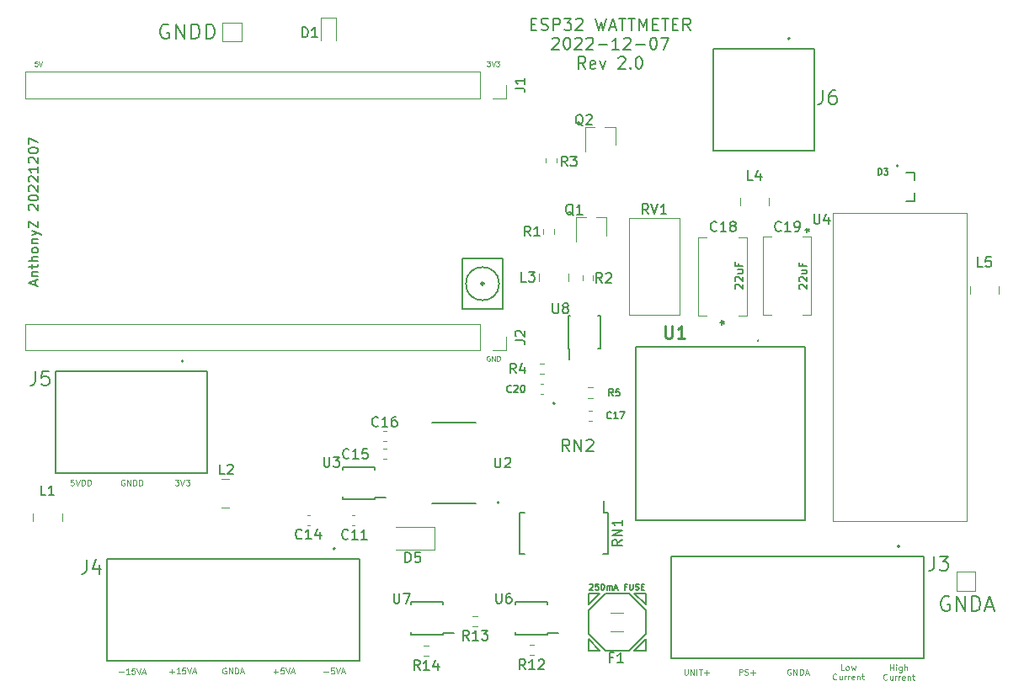
<source format=gbr>
%TF.GenerationSoftware,KiCad,Pcbnew,(6.0.9)*%
%TF.CreationDate,2022-12-07T15:22:28-05:00*%
%TF.ProjectId,Sensors,53656e73-6f72-4732-9e6b-696361645f70,rev?*%
%TF.SameCoordinates,Original*%
%TF.FileFunction,Legend,Top*%
%TF.FilePolarity,Positive*%
%FSLAX46Y46*%
G04 Gerber Fmt 4.6, Leading zero omitted, Abs format (unit mm)*
G04 Created by KiCad (PCBNEW (6.0.9)) date 2022-12-07 15:22:28*
%MOMM*%
%LPD*%
G01*
G04 APERTURE LIST*
%ADD10C,0.125000*%
%ADD11C,0.291333*%
%ADD12C,0.150000*%
%ADD13C,0.100000*%
%ADD14C,0.177800*%
%ADD15C,0.254000*%
%ADD16C,0.120000*%
%ADD17C,0.127000*%
%ADD18C,0.200000*%
G04 APERTURE END LIST*
D10*
X156627447Y-95881000D02*
X156579828Y-95857190D01*
X156508400Y-95857190D01*
X156436971Y-95881000D01*
X156389352Y-95928619D01*
X156365542Y-95976238D01*
X156341733Y-96071476D01*
X156341733Y-96142904D01*
X156365542Y-96238142D01*
X156389352Y-96285761D01*
X156436971Y-96333380D01*
X156508400Y-96357190D01*
X156556019Y-96357190D01*
X156627447Y-96333380D01*
X156651257Y-96309571D01*
X156651257Y-96142904D01*
X156556019Y-96142904D01*
X156865542Y-96357190D02*
X156865542Y-95857190D01*
X157151257Y-96357190D01*
X157151257Y-95857190D01*
X157389352Y-96357190D02*
X157389352Y-95857190D01*
X157508400Y-95857190D01*
X157579828Y-95881000D01*
X157627447Y-95928619D01*
X157651257Y-95976238D01*
X157675066Y-96071476D01*
X157675066Y-96142904D01*
X157651257Y-96238142D01*
X157627447Y-96285761D01*
X157579828Y-96333380D01*
X157508400Y-96357190D01*
X157389352Y-96357190D01*
X156369352Y-66207190D02*
X156678876Y-66207190D01*
X156512209Y-66397666D01*
X156583638Y-66397666D01*
X156631257Y-66421476D01*
X156655066Y-66445285D01*
X156678876Y-66492904D01*
X156678876Y-66611952D01*
X156655066Y-66659571D01*
X156631257Y-66683380D01*
X156583638Y-66707190D01*
X156440780Y-66707190D01*
X156393161Y-66683380D01*
X156369352Y-66659571D01*
X156821733Y-66207190D02*
X156988400Y-66707190D01*
X157155066Y-66207190D01*
X157274114Y-66207190D02*
X157583638Y-66207190D01*
X157416971Y-66397666D01*
X157488400Y-66397666D01*
X157536019Y-66421476D01*
X157559828Y-66445285D01*
X157583638Y-66492904D01*
X157583638Y-66611952D01*
X157559828Y-66659571D01*
X157536019Y-66683380D01*
X157488400Y-66707190D01*
X157345542Y-66707190D01*
X157297923Y-66683380D01*
X157274114Y-66659571D01*
X111163161Y-66207190D02*
X110925066Y-66207190D01*
X110901257Y-66445285D01*
X110925066Y-66421476D01*
X110972685Y-66397666D01*
X111091733Y-66397666D01*
X111139352Y-66421476D01*
X111163161Y-66445285D01*
X111186971Y-66492904D01*
X111186971Y-66611952D01*
X111163161Y-66659571D01*
X111139352Y-66683380D01*
X111091733Y-66707190D01*
X110972685Y-66707190D01*
X110925066Y-66683380D01*
X110901257Y-66659571D01*
X111329828Y-66207190D02*
X111496495Y-66707190D01*
X111663161Y-66207190D01*
D11*
X156054066Y-88571000D02*
G75*
G03*
X156054066Y-88571000I-145666J0D01*
G01*
D12*
X157578131Y-88591000D02*
G75*
G03*
X157578131Y-88591000I-1669731J0D01*
G01*
X153908400Y-86091000D02*
X157908400Y-86091000D01*
X157908400Y-86091000D02*
X157908400Y-91091000D01*
X157908400Y-91091000D02*
X153908400Y-91091000D01*
X153908400Y-91091000D02*
X153908400Y-86091000D01*
X171170600Y-119710200D02*
X172339000Y-120878600D01*
X172339000Y-124333000D02*
X171170600Y-125501400D01*
X172339000Y-121412000D02*
X172339000Y-123799600D01*
X166547800Y-121412000D02*
X166547800Y-123799600D01*
X170637200Y-119710200D02*
X172339000Y-121412000D01*
X172339000Y-125501400D02*
X172339000Y-124333000D01*
X166547800Y-121412000D02*
X168249600Y-119710200D01*
X172339000Y-120878600D02*
X172339000Y-119710200D01*
X168249600Y-119710200D02*
X170637200Y-119710200D01*
X171170600Y-125501400D02*
X172339000Y-125501400D01*
X166547800Y-124333000D02*
X166547800Y-125501400D01*
X172339000Y-119710200D02*
X171170600Y-119710200D01*
X166547800Y-125501400D02*
X167716200Y-125501400D01*
X166547800Y-120878600D02*
X167716200Y-119710200D01*
X166547800Y-119710200D02*
X166547800Y-120878600D01*
X168249600Y-125501400D02*
X166547800Y-123799600D01*
X170637200Y-125501400D02*
X168249600Y-125501400D01*
X172339000Y-123799600D02*
X170637200Y-125501400D01*
X167716200Y-119710200D02*
X166547800Y-119710200D01*
X167716200Y-125501400D02*
X166547800Y-124333000D01*
D13*
X192271600Y-127451228D02*
X191985885Y-127451228D01*
X191985885Y-126851228D01*
X192557314Y-127451228D02*
X192500171Y-127422657D01*
X192471600Y-127394085D01*
X192443028Y-127336942D01*
X192443028Y-127165514D01*
X192471600Y-127108371D01*
X192500171Y-127079800D01*
X192557314Y-127051228D01*
X192643028Y-127051228D01*
X192700171Y-127079800D01*
X192728742Y-127108371D01*
X192757314Y-127165514D01*
X192757314Y-127336942D01*
X192728742Y-127394085D01*
X192700171Y-127422657D01*
X192643028Y-127451228D01*
X192557314Y-127451228D01*
X192957314Y-127051228D02*
X193071600Y-127451228D01*
X193185885Y-127165514D01*
X193300171Y-127451228D01*
X193414457Y-127051228D01*
X191514457Y-128360085D02*
X191485885Y-128388657D01*
X191400171Y-128417228D01*
X191343028Y-128417228D01*
X191257314Y-128388657D01*
X191200171Y-128331514D01*
X191171600Y-128274371D01*
X191143028Y-128160085D01*
X191143028Y-128074371D01*
X191171600Y-127960085D01*
X191200171Y-127902942D01*
X191257314Y-127845800D01*
X191343028Y-127817228D01*
X191400171Y-127817228D01*
X191485885Y-127845800D01*
X191514457Y-127874371D01*
X192028742Y-128017228D02*
X192028742Y-128417228D01*
X191771600Y-128017228D02*
X191771600Y-128331514D01*
X191800171Y-128388657D01*
X191857314Y-128417228D01*
X191943028Y-128417228D01*
X192000171Y-128388657D01*
X192028742Y-128360085D01*
X192314457Y-128417228D02*
X192314457Y-128017228D01*
X192314457Y-128131514D02*
X192343028Y-128074371D01*
X192371600Y-128045800D01*
X192428742Y-128017228D01*
X192485885Y-128017228D01*
X192685885Y-128417228D02*
X192685885Y-128017228D01*
X192685885Y-128131514D02*
X192714457Y-128074371D01*
X192743028Y-128045800D01*
X192800171Y-128017228D01*
X192857314Y-128017228D01*
X193285885Y-128388657D02*
X193228742Y-128417228D01*
X193114457Y-128417228D01*
X193057314Y-128388657D01*
X193028742Y-128331514D01*
X193028742Y-128102942D01*
X193057314Y-128045800D01*
X193114457Y-128017228D01*
X193228742Y-128017228D01*
X193285885Y-128045800D01*
X193314457Y-128102942D01*
X193314457Y-128160085D01*
X193028742Y-128217228D01*
X193571600Y-128017228D02*
X193571600Y-128417228D01*
X193571600Y-128074371D02*
X193600171Y-128045800D01*
X193657314Y-128017228D01*
X193743028Y-128017228D01*
X193800171Y-128045800D01*
X193828742Y-128102942D01*
X193828742Y-128417228D01*
X194028742Y-128017228D02*
X194257314Y-128017228D01*
X194114457Y-127817228D02*
X194114457Y-128331514D01*
X194143028Y-128388657D01*
X194200171Y-128417228D01*
X194257314Y-128417228D01*
X181697314Y-127934228D02*
X181697314Y-127334228D01*
X181925885Y-127334228D01*
X181983028Y-127362800D01*
X182011600Y-127391371D01*
X182040171Y-127448514D01*
X182040171Y-127534228D01*
X182011600Y-127591371D01*
X181983028Y-127619942D01*
X181925885Y-127648514D01*
X181697314Y-127648514D01*
X182268742Y-127905657D02*
X182354457Y-127934228D01*
X182497314Y-127934228D01*
X182554457Y-127905657D01*
X182583028Y-127877085D01*
X182611600Y-127819942D01*
X182611600Y-127762800D01*
X182583028Y-127705657D01*
X182554457Y-127677085D01*
X182497314Y-127648514D01*
X182383028Y-127619942D01*
X182325885Y-127591371D01*
X182297314Y-127562800D01*
X182268742Y-127505657D01*
X182268742Y-127448514D01*
X182297314Y-127391371D01*
X182325885Y-127362800D01*
X182383028Y-127334228D01*
X182525885Y-127334228D01*
X182611600Y-127362800D01*
X182868742Y-127705657D02*
X183325885Y-127705657D01*
X183097314Y-127934228D02*
X183097314Y-127477085D01*
D14*
X124345142Y-62546800D02*
X124202285Y-62475371D01*
X123988000Y-62475371D01*
X123773714Y-62546800D01*
X123630857Y-62689657D01*
X123559428Y-62832514D01*
X123488000Y-63118228D01*
X123488000Y-63332514D01*
X123559428Y-63618228D01*
X123630857Y-63761085D01*
X123773714Y-63903942D01*
X123988000Y-63975371D01*
X124130857Y-63975371D01*
X124345142Y-63903942D01*
X124416571Y-63832514D01*
X124416571Y-63332514D01*
X124130857Y-63332514D01*
X125059428Y-63975371D02*
X125059428Y-62475371D01*
X125916571Y-63975371D01*
X125916571Y-62475371D01*
X126630857Y-63975371D02*
X126630857Y-62475371D01*
X126988000Y-62475371D01*
X127202285Y-62546800D01*
X127345142Y-62689657D01*
X127416571Y-62832514D01*
X127488000Y-63118228D01*
X127488000Y-63332514D01*
X127416571Y-63618228D01*
X127345142Y-63761085D01*
X127202285Y-63903942D01*
X126988000Y-63975371D01*
X126630857Y-63975371D01*
X128130857Y-63975371D02*
X128130857Y-62475371D01*
X128488000Y-62475371D01*
X128702285Y-62546800D01*
X128845142Y-62689657D01*
X128916571Y-62832514D01*
X128988000Y-63118228D01*
X128988000Y-63332514D01*
X128916571Y-63618228D01*
X128845142Y-63761085D01*
X128702285Y-63903942D01*
X128488000Y-63975371D01*
X128130857Y-63975371D01*
D12*
X160786171Y-62472885D02*
X161186171Y-62472885D01*
X161357600Y-63101457D02*
X160786171Y-63101457D01*
X160786171Y-61901457D01*
X161357600Y-61901457D01*
X161814742Y-63044314D02*
X161986171Y-63101457D01*
X162271885Y-63101457D01*
X162386171Y-63044314D01*
X162443314Y-62987171D01*
X162500457Y-62872885D01*
X162500457Y-62758600D01*
X162443314Y-62644314D01*
X162386171Y-62587171D01*
X162271885Y-62530028D01*
X162043314Y-62472885D01*
X161929028Y-62415742D01*
X161871885Y-62358600D01*
X161814742Y-62244314D01*
X161814742Y-62130028D01*
X161871885Y-62015742D01*
X161929028Y-61958600D01*
X162043314Y-61901457D01*
X162329028Y-61901457D01*
X162500457Y-61958600D01*
X163014742Y-63101457D02*
X163014742Y-61901457D01*
X163471885Y-61901457D01*
X163586171Y-61958600D01*
X163643314Y-62015742D01*
X163700457Y-62130028D01*
X163700457Y-62301457D01*
X163643314Y-62415742D01*
X163586171Y-62472885D01*
X163471885Y-62530028D01*
X163014742Y-62530028D01*
X164100457Y-61901457D02*
X164843314Y-61901457D01*
X164443314Y-62358600D01*
X164614742Y-62358600D01*
X164729028Y-62415742D01*
X164786171Y-62472885D01*
X164843314Y-62587171D01*
X164843314Y-62872885D01*
X164786171Y-62987171D01*
X164729028Y-63044314D01*
X164614742Y-63101457D01*
X164271885Y-63101457D01*
X164157600Y-63044314D01*
X164100457Y-62987171D01*
X165300457Y-62015742D02*
X165357600Y-61958600D01*
X165471885Y-61901457D01*
X165757600Y-61901457D01*
X165871885Y-61958600D01*
X165929028Y-62015742D01*
X165986171Y-62130028D01*
X165986171Y-62244314D01*
X165929028Y-62415742D01*
X165243314Y-63101457D01*
X165986171Y-63101457D01*
X167300457Y-61901457D02*
X167586171Y-63101457D01*
X167814742Y-62244314D01*
X168043314Y-63101457D01*
X168329028Y-61901457D01*
X168729028Y-62758600D02*
X169300457Y-62758600D01*
X168614742Y-63101457D02*
X169014742Y-61901457D01*
X169414742Y-63101457D01*
X169643314Y-61901457D02*
X170329028Y-61901457D01*
X169986171Y-63101457D02*
X169986171Y-61901457D01*
X170557600Y-61901457D02*
X171243314Y-61901457D01*
X170900457Y-63101457D02*
X170900457Y-61901457D01*
X171643314Y-63101457D02*
X171643314Y-61901457D01*
X172043314Y-62758600D01*
X172443314Y-61901457D01*
X172443314Y-63101457D01*
X173014742Y-62472885D02*
X173414742Y-62472885D01*
X173586171Y-63101457D02*
X173014742Y-63101457D01*
X173014742Y-61901457D01*
X173586171Y-61901457D01*
X173929028Y-61901457D02*
X174614742Y-61901457D01*
X174271885Y-63101457D02*
X174271885Y-61901457D01*
X175014742Y-62472885D02*
X175414742Y-62472885D01*
X175586171Y-63101457D02*
X175014742Y-63101457D01*
X175014742Y-61901457D01*
X175586171Y-61901457D01*
X176786171Y-63101457D02*
X176386171Y-62530028D01*
X176100457Y-63101457D02*
X176100457Y-61901457D01*
X176557600Y-61901457D01*
X176671885Y-61958600D01*
X176729028Y-62015742D01*
X176786171Y-62130028D01*
X176786171Y-62301457D01*
X176729028Y-62415742D01*
X176671885Y-62472885D01*
X176557600Y-62530028D01*
X176100457Y-62530028D01*
X162929028Y-63947742D02*
X162986171Y-63890600D01*
X163100457Y-63833457D01*
X163386171Y-63833457D01*
X163500457Y-63890600D01*
X163557600Y-63947742D01*
X163614742Y-64062028D01*
X163614742Y-64176314D01*
X163557600Y-64347742D01*
X162871885Y-65033457D01*
X163614742Y-65033457D01*
X164357600Y-63833457D02*
X164471885Y-63833457D01*
X164586171Y-63890600D01*
X164643314Y-63947742D01*
X164700457Y-64062028D01*
X164757600Y-64290600D01*
X164757600Y-64576314D01*
X164700457Y-64804885D01*
X164643314Y-64919171D01*
X164586171Y-64976314D01*
X164471885Y-65033457D01*
X164357600Y-65033457D01*
X164243314Y-64976314D01*
X164186171Y-64919171D01*
X164129028Y-64804885D01*
X164071885Y-64576314D01*
X164071885Y-64290600D01*
X164129028Y-64062028D01*
X164186171Y-63947742D01*
X164243314Y-63890600D01*
X164357600Y-63833457D01*
X165214742Y-63947742D02*
X165271885Y-63890600D01*
X165386171Y-63833457D01*
X165671885Y-63833457D01*
X165786171Y-63890600D01*
X165843314Y-63947742D01*
X165900457Y-64062028D01*
X165900457Y-64176314D01*
X165843314Y-64347742D01*
X165157600Y-65033457D01*
X165900457Y-65033457D01*
X166357600Y-63947742D02*
X166414742Y-63890600D01*
X166529028Y-63833457D01*
X166814742Y-63833457D01*
X166929028Y-63890600D01*
X166986171Y-63947742D01*
X167043314Y-64062028D01*
X167043314Y-64176314D01*
X166986171Y-64347742D01*
X166300457Y-65033457D01*
X167043314Y-65033457D01*
X167557600Y-64576314D02*
X168471885Y-64576314D01*
X169671885Y-65033457D02*
X168986171Y-65033457D01*
X169329028Y-65033457D02*
X169329028Y-63833457D01*
X169214742Y-64004885D01*
X169100457Y-64119171D01*
X168986171Y-64176314D01*
X170129028Y-63947742D02*
X170186171Y-63890600D01*
X170300457Y-63833457D01*
X170586171Y-63833457D01*
X170700457Y-63890600D01*
X170757600Y-63947742D01*
X170814742Y-64062028D01*
X170814742Y-64176314D01*
X170757600Y-64347742D01*
X170071885Y-65033457D01*
X170814742Y-65033457D01*
X171329028Y-64576314D02*
X172243314Y-64576314D01*
X173043314Y-63833457D02*
X173157600Y-63833457D01*
X173271885Y-63890600D01*
X173329028Y-63947742D01*
X173386171Y-64062028D01*
X173443314Y-64290600D01*
X173443314Y-64576314D01*
X173386171Y-64804885D01*
X173329028Y-64919171D01*
X173271885Y-64976314D01*
X173157600Y-65033457D01*
X173043314Y-65033457D01*
X172929028Y-64976314D01*
X172871885Y-64919171D01*
X172814742Y-64804885D01*
X172757600Y-64576314D01*
X172757600Y-64290600D01*
X172814742Y-64062028D01*
X172871885Y-63947742D01*
X172929028Y-63890600D01*
X173043314Y-63833457D01*
X173843314Y-63833457D02*
X174643314Y-63833457D01*
X174129028Y-65033457D01*
X166271885Y-66965457D02*
X165871885Y-66394028D01*
X165586171Y-66965457D02*
X165586171Y-65765457D01*
X166043314Y-65765457D01*
X166157600Y-65822600D01*
X166214742Y-65879742D01*
X166271885Y-65994028D01*
X166271885Y-66165457D01*
X166214742Y-66279742D01*
X166157600Y-66336885D01*
X166043314Y-66394028D01*
X165586171Y-66394028D01*
X167243314Y-66908314D02*
X167129028Y-66965457D01*
X166900457Y-66965457D01*
X166786171Y-66908314D01*
X166729028Y-66794028D01*
X166729028Y-66336885D01*
X166786171Y-66222600D01*
X166900457Y-66165457D01*
X167129028Y-66165457D01*
X167243314Y-66222600D01*
X167300457Y-66336885D01*
X167300457Y-66451171D01*
X166729028Y-66565457D01*
X167700457Y-66165457D02*
X167986171Y-66965457D01*
X168271885Y-66165457D01*
X169586171Y-65879742D02*
X169643314Y-65822600D01*
X169757600Y-65765457D01*
X170043314Y-65765457D01*
X170157600Y-65822600D01*
X170214742Y-65879742D01*
X170271885Y-65994028D01*
X170271885Y-66108314D01*
X170214742Y-66279742D01*
X169529028Y-66965457D01*
X170271885Y-66965457D01*
X170786171Y-66851171D02*
X170843314Y-66908314D01*
X170786171Y-66965457D01*
X170729028Y-66908314D01*
X170786171Y-66851171D01*
X170786171Y-66965457D01*
X171586171Y-65765457D02*
X171700457Y-65765457D01*
X171814742Y-65822600D01*
X171871885Y-65879742D01*
X171929028Y-65994028D01*
X171986171Y-66222600D01*
X171986171Y-66508314D01*
X171929028Y-66736885D01*
X171871885Y-66851171D01*
X171814742Y-66908314D01*
X171700457Y-66965457D01*
X171586171Y-66965457D01*
X171471885Y-66908314D01*
X171414742Y-66851171D01*
X171357600Y-66736885D01*
X171300457Y-66508314D01*
X171300457Y-66222600D01*
X171357600Y-65994028D01*
X171414742Y-65879742D01*
X171471885Y-65822600D01*
X171586171Y-65765457D01*
D13*
X124987142Y-108281828D02*
X125358571Y-108281828D01*
X125158571Y-108510400D01*
X125244285Y-108510400D01*
X125301428Y-108538971D01*
X125330000Y-108567542D01*
X125358571Y-108624685D01*
X125358571Y-108767542D01*
X125330000Y-108824685D01*
X125301428Y-108853257D01*
X125244285Y-108881828D01*
X125072857Y-108881828D01*
X125015714Y-108853257D01*
X124987142Y-108824685D01*
X125530000Y-108281828D02*
X125730000Y-108881828D01*
X125930000Y-108281828D01*
X126072857Y-108281828D02*
X126444285Y-108281828D01*
X126244285Y-108510400D01*
X126330000Y-108510400D01*
X126387142Y-108538971D01*
X126415714Y-108567542D01*
X126444285Y-108624685D01*
X126444285Y-108767542D01*
X126415714Y-108824685D01*
X126387142Y-108853257D01*
X126330000Y-108881828D01*
X126158571Y-108881828D01*
X126101428Y-108853257D01*
X126072857Y-108824685D01*
X196894457Y-127476628D02*
X196894457Y-126876628D01*
X196894457Y-127162342D02*
X197237314Y-127162342D01*
X197237314Y-127476628D02*
X197237314Y-126876628D01*
X197523028Y-127476628D02*
X197523028Y-127076628D01*
X197523028Y-126876628D02*
X197494457Y-126905200D01*
X197523028Y-126933771D01*
X197551600Y-126905200D01*
X197523028Y-126876628D01*
X197523028Y-126933771D01*
X198065885Y-127076628D02*
X198065885Y-127562342D01*
X198037314Y-127619485D01*
X198008742Y-127648057D01*
X197951600Y-127676628D01*
X197865885Y-127676628D01*
X197808742Y-127648057D01*
X198065885Y-127448057D02*
X198008742Y-127476628D01*
X197894457Y-127476628D01*
X197837314Y-127448057D01*
X197808742Y-127419485D01*
X197780171Y-127362342D01*
X197780171Y-127190914D01*
X197808742Y-127133771D01*
X197837314Y-127105200D01*
X197894457Y-127076628D01*
X198008742Y-127076628D01*
X198065885Y-127105200D01*
X198351600Y-127476628D02*
X198351600Y-126876628D01*
X198608742Y-127476628D02*
X198608742Y-127162342D01*
X198580171Y-127105200D01*
X198523028Y-127076628D01*
X198437314Y-127076628D01*
X198380171Y-127105200D01*
X198351600Y-127133771D01*
X196594457Y-128385485D02*
X196565885Y-128414057D01*
X196480171Y-128442628D01*
X196423028Y-128442628D01*
X196337314Y-128414057D01*
X196280171Y-128356914D01*
X196251600Y-128299771D01*
X196223028Y-128185485D01*
X196223028Y-128099771D01*
X196251600Y-127985485D01*
X196280171Y-127928342D01*
X196337314Y-127871200D01*
X196423028Y-127842628D01*
X196480171Y-127842628D01*
X196565885Y-127871200D01*
X196594457Y-127899771D01*
X197108742Y-128042628D02*
X197108742Y-128442628D01*
X196851600Y-128042628D02*
X196851600Y-128356914D01*
X196880171Y-128414057D01*
X196937314Y-128442628D01*
X197023028Y-128442628D01*
X197080171Y-128414057D01*
X197108742Y-128385485D01*
X197394457Y-128442628D02*
X197394457Y-128042628D01*
X197394457Y-128156914D02*
X197423028Y-128099771D01*
X197451600Y-128071200D01*
X197508742Y-128042628D01*
X197565885Y-128042628D01*
X197765885Y-128442628D02*
X197765885Y-128042628D01*
X197765885Y-128156914D02*
X197794457Y-128099771D01*
X197823028Y-128071200D01*
X197880171Y-128042628D01*
X197937314Y-128042628D01*
X198365885Y-128414057D02*
X198308742Y-128442628D01*
X198194457Y-128442628D01*
X198137314Y-128414057D01*
X198108742Y-128356914D01*
X198108742Y-128128342D01*
X198137314Y-128071200D01*
X198194457Y-128042628D01*
X198308742Y-128042628D01*
X198365885Y-128071200D01*
X198394457Y-128128342D01*
X198394457Y-128185485D01*
X198108742Y-128242628D01*
X198651600Y-128042628D02*
X198651600Y-128442628D01*
X198651600Y-128099771D02*
X198680171Y-128071200D01*
X198737314Y-128042628D01*
X198823028Y-128042628D01*
X198880171Y-128071200D01*
X198908742Y-128128342D01*
X198908742Y-128442628D01*
X199108742Y-128042628D02*
X199337314Y-128042628D01*
X199194457Y-127842628D02*
X199194457Y-128356914D01*
X199223028Y-128414057D01*
X199280171Y-128442628D01*
X199337314Y-128442628D01*
X134899428Y-127604057D02*
X135356571Y-127604057D01*
X135128000Y-127832628D02*
X135128000Y-127375485D01*
X135928000Y-127232628D02*
X135642285Y-127232628D01*
X135613714Y-127518342D01*
X135642285Y-127489771D01*
X135699428Y-127461200D01*
X135842285Y-127461200D01*
X135899428Y-127489771D01*
X135928000Y-127518342D01*
X135956571Y-127575485D01*
X135956571Y-127718342D01*
X135928000Y-127775485D01*
X135899428Y-127804057D01*
X135842285Y-127832628D01*
X135699428Y-127832628D01*
X135642285Y-127804057D01*
X135613714Y-127775485D01*
X136128000Y-127232628D02*
X136328000Y-127832628D01*
X136528000Y-127232628D01*
X136699428Y-127661200D02*
X136985142Y-127661200D01*
X136642285Y-127832628D02*
X136842285Y-127232628D01*
X137042285Y-127832628D01*
X176203028Y-127334228D02*
X176203028Y-127819942D01*
X176231600Y-127877085D01*
X176260171Y-127905657D01*
X176317314Y-127934228D01*
X176431600Y-127934228D01*
X176488742Y-127905657D01*
X176517314Y-127877085D01*
X176545885Y-127819942D01*
X176545885Y-127334228D01*
X176831600Y-127934228D02*
X176831600Y-127334228D01*
X177174457Y-127934228D01*
X177174457Y-127334228D01*
X177460171Y-127934228D02*
X177460171Y-127334228D01*
X177660171Y-127334228D02*
X178003028Y-127334228D01*
X177831600Y-127934228D02*
X177831600Y-127334228D01*
X178203028Y-127705657D02*
X178660171Y-127705657D01*
X178431600Y-127934228D02*
X178431600Y-127477085D01*
D12*
X166671257Y-118849571D02*
X166699828Y-118821000D01*
X166756971Y-118792428D01*
X166899828Y-118792428D01*
X166956971Y-118821000D01*
X166985542Y-118849571D01*
X167014114Y-118906714D01*
X167014114Y-118963857D01*
X166985542Y-119049571D01*
X166642685Y-119392428D01*
X167014114Y-119392428D01*
X167556971Y-118792428D02*
X167271257Y-118792428D01*
X167242685Y-119078142D01*
X167271257Y-119049571D01*
X167328400Y-119021000D01*
X167471257Y-119021000D01*
X167528400Y-119049571D01*
X167556971Y-119078142D01*
X167585542Y-119135285D01*
X167585542Y-119278142D01*
X167556971Y-119335285D01*
X167528400Y-119363857D01*
X167471257Y-119392428D01*
X167328400Y-119392428D01*
X167271257Y-119363857D01*
X167242685Y-119335285D01*
X167956971Y-118792428D02*
X168014114Y-118792428D01*
X168071257Y-118821000D01*
X168099828Y-118849571D01*
X168128400Y-118906714D01*
X168156971Y-119021000D01*
X168156971Y-119163857D01*
X168128400Y-119278142D01*
X168099828Y-119335285D01*
X168071257Y-119363857D01*
X168014114Y-119392428D01*
X167956971Y-119392428D01*
X167899828Y-119363857D01*
X167871257Y-119335285D01*
X167842685Y-119278142D01*
X167814114Y-119163857D01*
X167814114Y-119021000D01*
X167842685Y-118906714D01*
X167871257Y-118849571D01*
X167899828Y-118821000D01*
X167956971Y-118792428D01*
X168414114Y-119392428D02*
X168414114Y-118992428D01*
X168414114Y-119049571D02*
X168442685Y-119021000D01*
X168499828Y-118992428D01*
X168585542Y-118992428D01*
X168642685Y-119021000D01*
X168671257Y-119078142D01*
X168671257Y-119392428D01*
X168671257Y-119078142D02*
X168699828Y-119021000D01*
X168756971Y-118992428D01*
X168842685Y-118992428D01*
X168899828Y-119021000D01*
X168928400Y-119078142D01*
X168928400Y-119392428D01*
X169185542Y-119221000D02*
X169471257Y-119221000D01*
X169128400Y-119392428D02*
X169328400Y-118792428D01*
X169528400Y-119392428D01*
X170385542Y-119078142D02*
X170185542Y-119078142D01*
X170185542Y-119392428D02*
X170185542Y-118792428D01*
X170471257Y-118792428D01*
X170699828Y-118792428D02*
X170699828Y-119278142D01*
X170728400Y-119335285D01*
X170756971Y-119363857D01*
X170814114Y-119392428D01*
X170928400Y-119392428D01*
X170985542Y-119363857D01*
X171014114Y-119335285D01*
X171042685Y-119278142D01*
X171042685Y-118792428D01*
X171299828Y-119363857D02*
X171385542Y-119392428D01*
X171528400Y-119392428D01*
X171585542Y-119363857D01*
X171614114Y-119335285D01*
X171642685Y-119278142D01*
X171642685Y-119221000D01*
X171614114Y-119163857D01*
X171585542Y-119135285D01*
X171528400Y-119106714D01*
X171414114Y-119078142D01*
X171356971Y-119049571D01*
X171328400Y-119021000D01*
X171299828Y-118963857D01*
X171299828Y-118906714D01*
X171328400Y-118849571D01*
X171356971Y-118821000D01*
X171414114Y-118792428D01*
X171556971Y-118792428D01*
X171642685Y-118821000D01*
X171899828Y-119078142D02*
X172099828Y-119078142D01*
X172185542Y-119392428D02*
X171899828Y-119392428D01*
X171899828Y-118792428D01*
X172185542Y-118792428D01*
D13*
X114804914Y-108281828D02*
X114519200Y-108281828D01*
X114490628Y-108567542D01*
X114519200Y-108538971D01*
X114576342Y-108510400D01*
X114719200Y-108510400D01*
X114776342Y-108538971D01*
X114804914Y-108567542D01*
X114833485Y-108624685D01*
X114833485Y-108767542D01*
X114804914Y-108824685D01*
X114776342Y-108853257D01*
X114719200Y-108881828D01*
X114576342Y-108881828D01*
X114519200Y-108853257D01*
X114490628Y-108824685D01*
X115004914Y-108281828D02*
X115204914Y-108881828D01*
X115404914Y-108281828D01*
X115604914Y-108881828D02*
X115604914Y-108281828D01*
X115747771Y-108281828D01*
X115833485Y-108310400D01*
X115890628Y-108367542D01*
X115919200Y-108424685D01*
X115947771Y-108538971D01*
X115947771Y-108624685D01*
X115919200Y-108738971D01*
X115890628Y-108796114D01*
X115833485Y-108853257D01*
X115747771Y-108881828D01*
X115604914Y-108881828D01*
X116204914Y-108881828D02*
X116204914Y-108281828D01*
X116347771Y-108281828D01*
X116433485Y-108310400D01*
X116490628Y-108367542D01*
X116519200Y-108424685D01*
X116547771Y-108538971D01*
X116547771Y-108624685D01*
X116519200Y-108738971D01*
X116490628Y-108796114D01*
X116433485Y-108853257D01*
X116347771Y-108881828D01*
X116204914Y-108881828D01*
X139954028Y-127604057D02*
X140411171Y-127604057D01*
X140982600Y-127232628D02*
X140696885Y-127232628D01*
X140668314Y-127518342D01*
X140696885Y-127489771D01*
X140754028Y-127461200D01*
X140896885Y-127461200D01*
X140954028Y-127489771D01*
X140982600Y-127518342D01*
X141011171Y-127575485D01*
X141011171Y-127718342D01*
X140982600Y-127775485D01*
X140954028Y-127804057D01*
X140896885Y-127832628D01*
X140754028Y-127832628D01*
X140696885Y-127804057D01*
X140668314Y-127775485D01*
X141182600Y-127232628D02*
X141382600Y-127832628D01*
X141582600Y-127232628D01*
X141754028Y-127661200D02*
X142039742Y-127661200D01*
X141696885Y-127832628D02*
X141896885Y-127232628D01*
X142096885Y-127832628D01*
D14*
X202836685Y-120103200D02*
X202693828Y-120031771D01*
X202479542Y-120031771D01*
X202265257Y-120103200D01*
X202122400Y-120246057D01*
X202050971Y-120388914D01*
X201979542Y-120674628D01*
X201979542Y-120888914D01*
X202050971Y-121174628D01*
X202122400Y-121317485D01*
X202265257Y-121460342D01*
X202479542Y-121531771D01*
X202622400Y-121531771D01*
X202836685Y-121460342D01*
X202908114Y-121388914D01*
X202908114Y-120888914D01*
X202622400Y-120888914D01*
X203550971Y-121531771D02*
X203550971Y-120031771D01*
X204408114Y-121531771D01*
X204408114Y-120031771D01*
X205122400Y-121531771D02*
X205122400Y-120031771D01*
X205479542Y-120031771D01*
X205693828Y-120103200D01*
X205836685Y-120246057D01*
X205908114Y-120388914D01*
X205979542Y-120674628D01*
X205979542Y-120888914D01*
X205908114Y-121174628D01*
X205836685Y-121317485D01*
X205693828Y-121460342D01*
X205479542Y-121531771D01*
X205122400Y-121531771D01*
X206550971Y-121103200D02*
X207265257Y-121103200D01*
X206408114Y-121531771D02*
X206908114Y-120031771D01*
X207408114Y-121531771D01*
D12*
X110961466Y-88711752D02*
X110961466Y-88235561D01*
X111247180Y-88806990D02*
X110247180Y-88473657D01*
X111247180Y-88140323D01*
X110580514Y-87806990D02*
X111247180Y-87806990D01*
X110675752Y-87806990D02*
X110628133Y-87759371D01*
X110580514Y-87664133D01*
X110580514Y-87521276D01*
X110628133Y-87426038D01*
X110723371Y-87378419D01*
X111247180Y-87378419D01*
X110580514Y-87045085D02*
X110580514Y-86664133D01*
X110247180Y-86902228D02*
X111104323Y-86902228D01*
X111199561Y-86854609D01*
X111247180Y-86759371D01*
X111247180Y-86664133D01*
X111247180Y-86330800D02*
X110247180Y-86330800D01*
X111247180Y-85902228D02*
X110723371Y-85902228D01*
X110628133Y-85949847D01*
X110580514Y-86045085D01*
X110580514Y-86187942D01*
X110628133Y-86283180D01*
X110675752Y-86330800D01*
X111247180Y-85283180D02*
X111199561Y-85378419D01*
X111151942Y-85426038D01*
X111056704Y-85473657D01*
X110770990Y-85473657D01*
X110675752Y-85426038D01*
X110628133Y-85378419D01*
X110580514Y-85283180D01*
X110580514Y-85140323D01*
X110628133Y-85045085D01*
X110675752Y-84997466D01*
X110770990Y-84949847D01*
X111056704Y-84949847D01*
X111151942Y-84997466D01*
X111199561Y-85045085D01*
X111247180Y-85140323D01*
X111247180Y-85283180D01*
X110580514Y-84521276D02*
X111247180Y-84521276D01*
X110675752Y-84521276D02*
X110628133Y-84473657D01*
X110580514Y-84378419D01*
X110580514Y-84235561D01*
X110628133Y-84140323D01*
X110723371Y-84092704D01*
X111247180Y-84092704D01*
X110580514Y-83711752D02*
X111247180Y-83473657D01*
X110580514Y-83235561D02*
X111247180Y-83473657D01*
X111485276Y-83568895D01*
X111532895Y-83616514D01*
X111580514Y-83711752D01*
X110247180Y-82949847D02*
X110247180Y-82283180D01*
X111247180Y-82949847D01*
X111247180Y-82283180D01*
X110342419Y-81187942D02*
X110294800Y-81140323D01*
X110247180Y-81045085D01*
X110247180Y-80806990D01*
X110294800Y-80711752D01*
X110342419Y-80664133D01*
X110437657Y-80616514D01*
X110532895Y-80616514D01*
X110675752Y-80664133D01*
X111247180Y-81235561D01*
X111247180Y-80616514D01*
X110247180Y-79997466D02*
X110247180Y-79902228D01*
X110294800Y-79806990D01*
X110342419Y-79759371D01*
X110437657Y-79711752D01*
X110628133Y-79664133D01*
X110866228Y-79664133D01*
X111056704Y-79711752D01*
X111151942Y-79759371D01*
X111199561Y-79806990D01*
X111247180Y-79902228D01*
X111247180Y-79997466D01*
X111199561Y-80092704D01*
X111151942Y-80140323D01*
X111056704Y-80187942D01*
X110866228Y-80235561D01*
X110628133Y-80235561D01*
X110437657Y-80187942D01*
X110342419Y-80140323D01*
X110294800Y-80092704D01*
X110247180Y-79997466D01*
X110342419Y-79283180D02*
X110294800Y-79235561D01*
X110247180Y-79140323D01*
X110247180Y-78902228D01*
X110294800Y-78806990D01*
X110342419Y-78759371D01*
X110437657Y-78711752D01*
X110532895Y-78711752D01*
X110675752Y-78759371D01*
X111247180Y-79330800D01*
X111247180Y-78711752D01*
X110342419Y-78330800D02*
X110294800Y-78283180D01*
X110247180Y-78187942D01*
X110247180Y-77949847D01*
X110294800Y-77854609D01*
X110342419Y-77806990D01*
X110437657Y-77759371D01*
X110532895Y-77759371D01*
X110675752Y-77806990D01*
X111247180Y-78378419D01*
X111247180Y-77759371D01*
X111247180Y-76806990D02*
X111247180Y-77378419D01*
X111247180Y-77092704D02*
X110247180Y-77092704D01*
X110390038Y-77187942D01*
X110485276Y-77283180D01*
X110532895Y-77378419D01*
X110342419Y-76426038D02*
X110294800Y-76378419D01*
X110247180Y-76283180D01*
X110247180Y-76045085D01*
X110294800Y-75949847D01*
X110342419Y-75902228D01*
X110437657Y-75854609D01*
X110532895Y-75854609D01*
X110675752Y-75902228D01*
X111247180Y-76473657D01*
X111247180Y-75854609D01*
X110247180Y-75235561D02*
X110247180Y-75140323D01*
X110294800Y-75045085D01*
X110342419Y-74997466D01*
X110437657Y-74949847D01*
X110628133Y-74902228D01*
X110866228Y-74902228D01*
X111056704Y-74949847D01*
X111151942Y-74997466D01*
X111199561Y-75045085D01*
X111247180Y-75140323D01*
X111247180Y-75235561D01*
X111199561Y-75330800D01*
X111151942Y-75378419D01*
X111056704Y-75426038D01*
X110866228Y-75473657D01*
X110628133Y-75473657D01*
X110437657Y-75426038D01*
X110342419Y-75378419D01*
X110294800Y-75330800D01*
X110247180Y-75235561D01*
X110247180Y-74568895D02*
X110247180Y-73902228D01*
X111247180Y-74330800D01*
D13*
X186902714Y-127362800D02*
X186845571Y-127334228D01*
X186759857Y-127334228D01*
X186674142Y-127362800D01*
X186617000Y-127419942D01*
X186588428Y-127477085D01*
X186559857Y-127591371D01*
X186559857Y-127677085D01*
X186588428Y-127791371D01*
X186617000Y-127848514D01*
X186674142Y-127905657D01*
X186759857Y-127934228D01*
X186817000Y-127934228D01*
X186902714Y-127905657D01*
X186931285Y-127877085D01*
X186931285Y-127677085D01*
X186817000Y-127677085D01*
X187188428Y-127934228D02*
X187188428Y-127334228D01*
X187531285Y-127934228D01*
X187531285Y-127334228D01*
X187817000Y-127934228D02*
X187817000Y-127334228D01*
X187959857Y-127334228D01*
X188045571Y-127362800D01*
X188102714Y-127419942D01*
X188131285Y-127477085D01*
X188159857Y-127591371D01*
X188159857Y-127677085D01*
X188131285Y-127791371D01*
X188102714Y-127848514D01*
X188045571Y-127905657D01*
X187959857Y-127934228D01*
X187817000Y-127934228D01*
X188388428Y-127762800D02*
X188674142Y-127762800D01*
X188331285Y-127934228D02*
X188531285Y-127334228D01*
X188731285Y-127934228D01*
X119348314Y-127629457D02*
X119805457Y-127629457D01*
X120405457Y-127858028D02*
X120062600Y-127858028D01*
X120234028Y-127858028D02*
X120234028Y-127258028D01*
X120176885Y-127343742D01*
X120119742Y-127400885D01*
X120062600Y-127429457D01*
X120948314Y-127258028D02*
X120662600Y-127258028D01*
X120634028Y-127543742D01*
X120662600Y-127515171D01*
X120719742Y-127486600D01*
X120862600Y-127486600D01*
X120919742Y-127515171D01*
X120948314Y-127543742D01*
X120976885Y-127600885D01*
X120976885Y-127743742D01*
X120948314Y-127800885D01*
X120919742Y-127829457D01*
X120862600Y-127858028D01*
X120719742Y-127858028D01*
X120662600Y-127829457D01*
X120634028Y-127800885D01*
X121148314Y-127258028D02*
X121348314Y-127858028D01*
X121548314Y-127258028D01*
X121719742Y-127686600D02*
X122005457Y-127686600D01*
X121662600Y-127858028D02*
X121862600Y-127258028D01*
X122062600Y-127858028D01*
X130108314Y-127261200D02*
X130051171Y-127232628D01*
X129965457Y-127232628D01*
X129879742Y-127261200D01*
X129822600Y-127318342D01*
X129794028Y-127375485D01*
X129765457Y-127489771D01*
X129765457Y-127575485D01*
X129794028Y-127689771D01*
X129822600Y-127746914D01*
X129879742Y-127804057D01*
X129965457Y-127832628D01*
X130022600Y-127832628D01*
X130108314Y-127804057D01*
X130136885Y-127775485D01*
X130136885Y-127575485D01*
X130022600Y-127575485D01*
X130394028Y-127832628D02*
X130394028Y-127232628D01*
X130736885Y-127832628D01*
X130736885Y-127232628D01*
X131022600Y-127832628D02*
X131022600Y-127232628D01*
X131165457Y-127232628D01*
X131251171Y-127261200D01*
X131308314Y-127318342D01*
X131336885Y-127375485D01*
X131365457Y-127489771D01*
X131365457Y-127575485D01*
X131336885Y-127689771D01*
X131308314Y-127746914D01*
X131251171Y-127804057D01*
X131165457Y-127832628D01*
X131022600Y-127832628D01*
X131594028Y-127661200D02*
X131879742Y-127661200D01*
X131536885Y-127832628D02*
X131736885Y-127232628D01*
X131936885Y-127832628D01*
X124428314Y-127604057D02*
X124885457Y-127604057D01*
X124656885Y-127832628D02*
X124656885Y-127375485D01*
X125485457Y-127832628D02*
X125142600Y-127832628D01*
X125314028Y-127832628D02*
X125314028Y-127232628D01*
X125256885Y-127318342D01*
X125199742Y-127375485D01*
X125142600Y-127404057D01*
X126028314Y-127232628D02*
X125742600Y-127232628D01*
X125714028Y-127518342D01*
X125742600Y-127489771D01*
X125799742Y-127461200D01*
X125942600Y-127461200D01*
X125999742Y-127489771D01*
X126028314Y-127518342D01*
X126056885Y-127575485D01*
X126056885Y-127718342D01*
X126028314Y-127775485D01*
X125999742Y-127804057D01*
X125942600Y-127832628D01*
X125799742Y-127832628D01*
X125742600Y-127804057D01*
X125714028Y-127775485D01*
X126228314Y-127232628D02*
X126428314Y-127832628D01*
X126628314Y-127232628D01*
X126799742Y-127661200D02*
X127085457Y-127661200D01*
X126742600Y-127832628D02*
X126942600Y-127232628D01*
X127142600Y-127832628D01*
X119892857Y-108310400D02*
X119835714Y-108281828D01*
X119750000Y-108281828D01*
X119664285Y-108310400D01*
X119607142Y-108367542D01*
X119578571Y-108424685D01*
X119550000Y-108538971D01*
X119550000Y-108624685D01*
X119578571Y-108738971D01*
X119607142Y-108796114D01*
X119664285Y-108853257D01*
X119750000Y-108881828D01*
X119807142Y-108881828D01*
X119892857Y-108853257D01*
X119921428Y-108824685D01*
X119921428Y-108624685D01*
X119807142Y-108624685D01*
X120178571Y-108881828D02*
X120178571Y-108281828D01*
X120521428Y-108881828D01*
X120521428Y-108281828D01*
X120807142Y-108881828D02*
X120807142Y-108281828D01*
X120950000Y-108281828D01*
X121035714Y-108310400D01*
X121092857Y-108367542D01*
X121121428Y-108424685D01*
X121150000Y-108538971D01*
X121150000Y-108624685D01*
X121121428Y-108738971D01*
X121092857Y-108796114D01*
X121035714Y-108853257D01*
X120950000Y-108881828D01*
X120807142Y-108881828D01*
X121407142Y-108881828D02*
X121407142Y-108281828D01*
X121550000Y-108281828D01*
X121635714Y-108310400D01*
X121692857Y-108367542D01*
X121721428Y-108424685D01*
X121750000Y-108538971D01*
X121750000Y-108624685D01*
X121721428Y-108738971D01*
X121692857Y-108796114D01*
X121635714Y-108853257D01*
X121550000Y-108881828D01*
X121407142Y-108881828D01*
D12*
%TO.C,J2*%
X159184380Y-94298333D02*
X159898666Y-94298333D01*
X160041523Y-94345952D01*
X160136761Y-94441190D01*
X160184380Y-94584047D01*
X160184380Y-94679285D01*
X159279619Y-93869761D02*
X159232000Y-93822142D01*
X159184380Y-93726904D01*
X159184380Y-93488809D01*
X159232000Y-93393571D01*
X159279619Y-93345952D01*
X159374857Y-93298333D01*
X159470095Y-93298333D01*
X159612952Y-93345952D01*
X160184380Y-93917380D01*
X160184380Y-93298333D01*
%TO.C,C17*%
X168841000Y-102104000D02*
X168807666Y-102137333D01*
X168707666Y-102170666D01*
X168641000Y-102170666D01*
X168541000Y-102137333D01*
X168474333Y-102070666D01*
X168441000Y-102004000D01*
X168407666Y-101870666D01*
X168407666Y-101770666D01*
X168441000Y-101637333D01*
X168474333Y-101570666D01*
X168541000Y-101504000D01*
X168641000Y-101470666D01*
X168707666Y-101470666D01*
X168807666Y-101504000D01*
X168841000Y-101537333D01*
X169507666Y-102170666D02*
X169107666Y-102170666D01*
X169307666Y-102170666D02*
X169307666Y-101470666D01*
X169241000Y-101570666D01*
X169174333Y-101637333D01*
X169107666Y-101670666D01*
X169741000Y-101470666D02*
X170207666Y-101470666D01*
X169907666Y-102170666D01*
%TO.C,R13*%
X154551142Y-124455180D02*
X154217809Y-123978990D01*
X153979714Y-124455180D02*
X153979714Y-123455180D01*
X154360666Y-123455180D01*
X154455904Y-123502800D01*
X154503523Y-123550419D01*
X154551142Y-123645657D01*
X154551142Y-123788514D01*
X154503523Y-123883752D01*
X154455904Y-123931371D01*
X154360666Y-123978990D01*
X153979714Y-123978990D01*
X155503523Y-124455180D02*
X154932095Y-124455180D01*
X155217809Y-124455180D02*
X155217809Y-123455180D01*
X155122571Y-123598038D01*
X155027333Y-123693276D01*
X154932095Y-123740895D01*
X155836857Y-123455180D02*
X156455904Y-123455180D01*
X156122571Y-123836133D01*
X156265428Y-123836133D01*
X156360666Y-123883752D01*
X156408285Y-123931371D01*
X156455904Y-124026609D01*
X156455904Y-124264704D01*
X156408285Y-124359942D01*
X156360666Y-124407561D01*
X156265428Y-124455180D01*
X155979714Y-124455180D01*
X155884476Y-124407561D01*
X155836857Y-124359942D01*
%TO.C,U8*%
X162979095Y-90564580D02*
X162979095Y-91374104D01*
X163026714Y-91469342D01*
X163074333Y-91516961D01*
X163169571Y-91564580D01*
X163360047Y-91564580D01*
X163455285Y-91516961D01*
X163502904Y-91469342D01*
X163550523Y-91374104D01*
X163550523Y-90564580D01*
X164169571Y-90993152D02*
X164074333Y-90945533D01*
X164026714Y-90897914D01*
X163979095Y-90802676D01*
X163979095Y-90755057D01*
X164026714Y-90659819D01*
X164074333Y-90612200D01*
X164169571Y-90564580D01*
X164360047Y-90564580D01*
X164455285Y-90612200D01*
X164502904Y-90659819D01*
X164550523Y-90755057D01*
X164550523Y-90802676D01*
X164502904Y-90897914D01*
X164455285Y-90945533D01*
X164360047Y-90993152D01*
X164169571Y-90993152D01*
X164074333Y-91040771D01*
X164026714Y-91088390D01*
X163979095Y-91183628D01*
X163979095Y-91374104D01*
X164026714Y-91469342D01*
X164074333Y-91516961D01*
X164169571Y-91564580D01*
X164360047Y-91564580D01*
X164455285Y-91516961D01*
X164502904Y-91469342D01*
X164550523Y-91374104D01*
X164550523Y-91183628D01*
X164502904Y-91088390D01*
X164455285Y-91040771D01*
X164360047Y-90993152D01*
%TO.C,D1*%
X137793504Y-63799980D02*
X137793504Y-62799980D01*
X138031600Y-62799980D01*
X138174457Y-62847600D01*
X138269695Y-62942838D01*
X138317314Y-63038076D01*
X138364933Y-63228552D01*
X138364933Y-63371409D01*
X138317314Y-63561885D01*
X138269695Y-63657123D01*
X138174457Y-63752361D01*
X138031600Y-63799980D01*
X137793504Y-63799980D01*
X139317314Y-63799980D02*
X138745885Y-63799980D01*
X139031600Y-63799980D02*
X139031600Y-62799980D01*
X138936361Y-62942838D01*
X138841123Y-63038076D01*
X138745885Y-63085695D01*
%TO.C,L1*%
X111999733Y-109875580D02*
X111523542Y-109875580D01*
X111523542Y-108875580D01*
X112856876Y-109875580D02*
X112285447Y-109875580D01*
X112571161Y-109875580D02*
X112571161Y-108875580D01*
X112475923Y-109018438D01*
X112380685Y-109113676D01*
X112285447Y-109161295D01*
%TO.C,C20*%
X158808000Y-99437000D02*
X158774666Y-99470333D01*
X158674666Y-99503666D01*
X158608000Y-99503666D01*
X158508000Y-99470333D01*
X158441333Y-99403666D01*
X158408000Y-99337000D01*
X158374666Y-99203666D01*
X158374666Y-99103666D01*
X158408000Y-98970333D01*
X158441333Y-98903666D01*
X158508000Y-98837000D01*
X158608000Y-98803666D01*
X158674666Y-98803666D01*
X158774666Y-98837000D01*
X158808000Y-98870333D01*
X159074666Y-98870333D02*
X159108000Y-98837000D01*
X159174666Y-98803666D01*
X159341333Y-98803666D01*
X159408000Y-98837000D01*
X159441333Y-98870333D01*
X159474666Y-98937000D01*
X159474666Y-99003666D01*
X159441333Y-99103666D01*
X159041333Y-99503666D01*
X159474666Y-99503666D01*
X159908000Y-98803666D02*
X159974666Y-98803666D01*
X160041333Y-98837000D01*
X160074666Y-98870333D01*
X160108000Y-98937000D01*
X160141333Y-99070333D01*
X160141333Y-99237000D01*
X160108000Y-99370333D01*
X160074666Y-99437000D01*
X160041333Y-99470333D01*
X159974666Y-99503666D01*
X159908000Y-99503666D01*
X159841333Y-99470333D01*
X159808000Y-99437000D01*
X159774666Y-99370333D01*
X159741333Y-99237000D01*
X159741333Y-99070333D01*
X159774666Y-98937000D01*
X159808000Y-98870333D01*
X159841333Y-98837000D01*
X159908000Y-98803666D01*
%TO.C,C18*%
X179455742Y-83239742D02*
X179408123Y-83287361D01*
X179265266Y-83334980D01*
X179170028Y-83334980D01*
X179027171Y-83287361D01*
X178931933Y-83192123D01*
X178884314Y-83096885D01*
X178836695Y-82906409D01*
X178836695Y-82763552D01*
X178884314Y-82573076D01*
X178931933Y-82477838D01*
X179027171Y-82382600D01*
X179170028Y-82334980D01*
X179265266Y-82334980D01*
X179408123Y-82382600D01*
X179455742Y-82430219D01*
X180408123Y-83334980D02*
X179836695Y-83334980D01*
X180122409Y-83334980D02*
X180122409Y-82334980D01*
X180027171Y-82477838D01*
X179931933Y-82573076D01*
X179836695Y-82620695D01*
X180979552Y-82763552D02*
X180884314Y-82715933D01*
X180836695Y-82668314D01*
X180789076Y-82573076D01*
X180789076Y-82525457D01*
X180836695Y-82430219D01*
X180884314Y-82382600D01*
X180979552Y-82334980D01*
X181170028Y-82334980D01*
X181265266Y-82382600D01*
X181312885Y-82430219D01*
X181360504Y-82525457D01*
X181360504Y-82573076D01*
X181312885Y-82668314D01*
X181265266Y-82715933D01*
X181170028Y-82763552D01*
X180979552Y-82763552D01*
X180884314Y-82811171D01*
X180836695Y-82858790D01*
X180789076Y-82954028D01*
X180789076Y-83144504D01*
X180836695Y-83239742D01*
X180884314Y-83287361D01*
X180979552Y-83334980D01*
X181170028Y-83334980D01*
X181265266Y-83287361D01*
X181312885Y-83239742D01*
X181360504Y-83144504D01*
X181360504Y-82954028D01*
X181312885Y-82858790D01*
X181265266Y-82811171D01*
X181170028Y-82763552D01*
X181349695Y-89096685D02*
X181311600Y-89058590D01*
X181273504Y-88982400D01*
X181273504Y-88791923D01*
X181311600Y-88715733D01*
X181349695Y-88677638D01*
X181425885Y-88639542D01*
X181502076Y-88639542D01*
X181616361Y-88677638D01*
X182073504Y-89134780D01*
X182073504Y-88639542D01*
X181349695Y-88334780D02*
X181311600Y-88296685D01*
X181273504Y-88220495D01*
X181273504Y-88030019D01*
X181311600Y-87953828D01*
X181349695Y-87915733D01*
X181425885Y-87877638D01*
X181502076Y-87877638D01*
X181616361Y-87915733D01*
X182073504Y-88372876D01*
X182073504Y-87877638D01*
X181540171Y-87191923D02*
X182073504Y-87191923D01*
X181540171Y-87534780D02*
X181959219Y-87534780D01*
X182035409Y-87496685D01*
X182073504Y-87420495D01*
X182073504Y-87306209D01*
X182035409Y-87230019D01*
X181997314Y-87191923D01*
X181654457Y-86544304D02*
X181654457Y-86810971D01*
X182073504Y-86810971D02*
X181273504Y-86810971D01*
X181273504Y-86430019D01*
X179792380Y-92506800D02*
X180030476Y-92506800D01*
X179935238Y-92744895D02*
X180030476Y-92506800D01*
X179935238Y-92268704D01*
X180220952Y-92649657D02*
X180030476Y-92506800D01*
X180220952Y-92363942D01*
%TO.C,U4*%
X189234095Y-81584180D02*
X189234095Y-82393704D01*
X189281714Y-82488942D01*
X189329333Y-82536561D01*
X189424571Y-82584180D01*
X189615047Y-82584180D01*
X189710285Y-82536561D01*
X189757904Y-82488942D01*
X189805523Y-82393704D01*
X189805523Y-81584180D01*
X190710285Y-81917514D02*
X190710285Y-82584180D01*
X190472190Y-81536561D02*
X190234095Y-82250847D01*
X190853142Y-82250847D01*
%TO.C,C11*%
X142397142Y-114202342D02*
X142349523Y-114249961D01*
X142206666Y-114297580D01*
X142111428Y-114297580D01*
X141968571Y-114249961D01*
X141873333Y-114154723D01*
X141825714Y-114059485D01*
X141778095Y-113869009D01*
X141778095Y-113726152D01*
X141825714Y-113535676D01*
X141873333Y-113440438D01*
X141968571Y-113345200D01*
X142111428Y-113297580D01*
X142206666Y-113297580D01*
X142349523Y-113345200D01*
X142397142Y-113392819D01*
X143349523Y-114297580D02*
X142778095Y-114297580D01*
X143063809Y-114297580D02*
X143063809Y-113297580D01*
X142968571Y-113440438D01*
X142873333Y-113535676D01*
X142778095Y-113583295D01*
X144301904Y-114297580D02*
X143730476Y-114297580D01*
X144016190Y-114297580D02*
X144016190Y-113297580D01*
X143920952Y-113440438D01*
X143825714Y-113535676D01*
X143730476Y-113583295D01*
%TO.C,L5*%
X206208333Y-86888580D02*
X205732142Y-86888580D01*
X205732142Y-85888580D01*
X207017857Y-85888580D02*
X206541666Y-85888580D01*
X206494047Y-86364771D01*
X206541666Y-86317152D01*
X206636904Y-86269533D01*
X206875000Y-86269533D01*
X206970238Y-86317152D01*
X207017857Y-86364771D01*
X207065476Y-86460009D01*
X207065476Y-86698104D01*
X207017857Y-86793342D01*
X206970238Y-86840961D01*
X206875000Y-86888580D01*
X206636904Y-86888580D01*
X206541666Y-86840961D01*
X206494047Y-86793342D01*
%TO.C,L4*%
X183094333Y-78176380D02*
X182618142Y-78176380D01*
X182618142Y-77176380D01*
X183856238Y-77509714D02*
X183856238Y-78176380D01*
X183618142Y-77128761D02*
X183380047Y-77843047D01*
X183999095Y-77843047D01*
%TO.C,RV1*%
X172594561Y-81582380D02*
X172261228Y-81106190D01*
X172023133Y-81582380D02*
X172023133Y-80582380D01*
X172404085Y-80582380D01*
X172499323Y-80630000D01*
X172546942Y-80677619D01*
X172594561Y-80772857D01*
X172594561Y-80915714D01*
X172546942Y-81010952D01*
X172499323Y-81058571D01*
X172404085Y-81106190D01*
X172023133Y-81106190D01*
X172880276Y-80582380D02*
X173213609Y-81582380D01*
X173546942Y-80582380D01*
X174404085Y-81582380D02*
X173832657Y-81582380D01*
X174118371Y-81582380D02*
X174118371Y-80582380D01*
X174023133Y-80725238D01*
X173927895Y-80820476D01*
X173832657Y-80868095D01*
%TO.C,U2*%
X157162495Y-106083980D02*
X157162495Y-106893504D01*
X157210114Y-106988742D01*
X157257733Y-107036361D01*
X157352971Y-107083980D01*
X157543447Y-107083980D01*
X157638685Y-107036361D01*
X157686304Y-106988742D01*
X157733923Y-106893504D01*
X157733923Y-106083980D01*
X158162495Y-106179219D02*
X158210114Y-106131600D01*
X158305352Y-106083980D01*
X158543447Y-106083980D01*
X158638685Y-106131600D01*
X158686304Y-106179219D01*
X158733923Y-106274457D01*
X158733923Y-106369695D01*
X158686304Y-106512552D01*
X158114876Y-107083980D01*
X158733923Y-107083980D01*
%TO.C,C16*%
X145419942Y-102869142D02*
X145372323Y-102916761D01*
X145229466Y-102964380D01*
X145134228Y-102964380D01*
X144991371Y-102916761D01*
X144896133Y-102821523D01*
X144848514Y-102726285D01*
X144800895Y-102535809D01*
X144800895Y-102392952D01*
X144848514Y-102202476D01*
X144896133Y-102107238D01*
X144991371Y-102012000D01*
X145134228Y-101964380D01*
X145229466Y-101964380D01*
X145372323Y-102012000D01*
X145419942Y-102059619D01*
X146372323Y-102964380D02*
X145800895Y-102964380D01*
X146086609Y-102964380D02*
X146086609Y-101964380D01*
X145991371Y-102107238D01*
X145896133Y-102202476D01*
X145800895Y-102250095D01*
X147229466Y-101964380D02*
X147038990Y-101964380D01*
X146943752Y-102012000D01*
X146896133Y-102059619D01*
X146800895Y-102202476D01*
X146753276Y-102392952D01*
X146753276Y-102773904D01*
X146800895Y-102869142D01*
X146848514Y-102916761D01*
X146943752Y-102964380D01*
X147134228Y-102964380D01*
X147229466Y-102916761D01*
X147277085Y-102869142D01*
X147324704Y-102773904D01*
X147324704Y-102535809D01*
X147277085Y-102440571D01*
X147229466Y-102392952D01*
X147134228Y-102345333D01*
X146943752Y-102345333D01*
X146848514Y-102392952D01*
X146800895Y-102440571D01*
X146753276Y-102535809D01*
%TO.C,L3*%
X160310533Y-88387180D02*
X159834342Y-88387180D01*
X159834342Y-87387180D01*
X160548628Y-87387180D02*
X161167676Y-87387180D01*
X160834342Y-87768133D01*
X160977200Y-87768133D01*
X161072438Y-87815752D01*
X161120057Y-87863371D01*
X161167676Y-87958609D01*
X161167676Y-88196704D01*
X161120057Y-88291942D01*
X161072438Y-88339561D01*
X160977200Y-88387180D01*
X160691485Y-88387180D01*
X160596247Y-88339561D01*
X160548628Y-88291942D01*
%TO.C,Q1*%
X165042761Y-81703019D02*
X164947523Y-81655400D01*
X164852285Y-81560161D01*
X164709428Y-81417304D01*
X164614190Y-81369685D01*
X164518952Y-81369685D01*
X164566571Y-81607780D02*
X164471333Y-81560161D01*
X164376095Y-81464923D01*
X164328476Y-81274447D01*
X164328476Y-80941114D01*
X164376095Y-80750638D01*
X164471333Y-80655400D01*
X164566571Y-80607780D01*
X164757047Y-80607780D01*
X164852285Y-80655400D01*
X164947523Y-80750638D01*
X164995142Y-80941114D01*
X164995142Y-81274447D01*
X164947523Y-81464923D01*
X164852285Y-81560161D01*
X164757047Y-81607780D01*
X164566571Y-81607780D01*
X165947523Y-81607780D02*
X165376095Y-81607780D01*
X165661809Y-81607780D02*
X165661809Y-80607780D01*
X165566571Y-80750638D01*
X165471333Y-80845876D01*
X165376095Y-80893495D01*
%TO.C,R1*%
X160729533Y-83792180D02*
X160396200Y-83315990D01*
X160158104Y-83792180D02*
X160158104Y-82792180D01*
X160539057Y-82792180D01*
X160634295Y-82839800D01*
X160681914Y-82887419D01*
X160729533Y-82982657D01*
X160729533Y-83125514D01*
X160681914Y-83220752D01*
X160634295Y-83268371D01*
X160539057Y-83315990D01*
X160158104Y-83315990D01*
X161681914Y-83792180D02*
X161110485Y-83792180D01*
X161396200Y-83792180D02*
X161396200Y-82792180D01*
X161300961Y-82935038D01*
X161205723Y-83030276D01*
X161110485Y-83077895D01*
%TO.C,D5*%
X148156704Y-116606580D02*
X148156704Y-115606580D01*
X148394800Y-115606580D01*
X148537657Y-115654200D01*
X148632895Y-115749438D01*
X148680514Y-115844676D01*
X148728133Y-116035152D01*
X148728133Y-116178009D01*
X148680514Y-116368485D01*
X148632895Y-116463723D01*
X148537657Y-116558961D01*
X148394800Y-116606580D01*
X148156704Y-116606580D01*
X149632895Y-115606580D02*
X149156704Y-115606580D01*
X149109085Y-116082771D01*
X149156704Y-116035152D01*
X149251942Y-115987533D01*
X149490038Y-115987533D01*
X149585276Y-116035152D01*
X149632895Y-116082771D01*
X149680514Y-116178009D01*
X149680514Y-116416104D01*
X149632895Y-116511342D01*
X149585276Y-116558961D01*
X149490038Y-116606580D01*
X149251942Y-116606580D01*
X149156704Y-116558961D01*
X149109085Y-116511342D01*
D15*
%TO.C,U1*%
X174266980Y-92801923D02*
X174266980Y-93830019D01*
X174327457Y-93950971D01*
X174387933Y-94011447D01*
X174508885Y-94071923D01*
X174750790Y-94071923D01*
X174871742Y-94011447D01*
X174932219Y-93950971D01*
X174992695Y-93830019D01*
X174992695Y-92801923D01*
X176262695Y-94071923D02*
X175536980Y-94071923D01*
X175899838Y-94071923D02*
X175899838Y-92801923D01*
X175778885Y-92983352D01*
X175657933Y-93104304D01*
X175536980Y-93164780D01*
D12*
%TO.C,J1*%
X159184380Y-68938333D02*
X159898666Y-68938333D01*
X160041523Y-68985952D01*
X160136761Y-69081190D01*
X160184380Y-69224047D01*
X160184380Y-69319285D01*
X160184380Y-67938333D02*
X160184380Y-68509761D01*
X160184380Y-68224047D02*
X159184380Y-68224047D01*
X159327238Y-68319285D01*
X159422476Y-68414523D01*
X159470095Y-68509761D01*
%TO.C,R12*%
X160220142Y-127386580D02*
X159886809Y-126910390D01*
X159648714Y-127386580D02*
X159648714Y-126386580D01*
X160029666Y-126386580D01*
X160124904Y-126434200D01*
X160172523Y-126481819D01*
X160220142Y-126577057D01*
X160220142Y-126719914D01*
X160172523Y-126815152D01*
X160124904Y-126862771D01*
X160029666Y-126910390D01*
X159648714Y-126910390D01*
X161172523Y-127386580D02*
X160601095Y-127386580D01*
X160886809Y-127386580D02*
X160886809Y-126386580D01*
X160791571Y-126529438D01*
X160696333Y-126624676D01*
X160601095Y-126672295D01*
X161553476Y-126481819D02*
X161601095Y-126434200D01*
X161696333Y-126386580D01*
X161934428Y-126386580D01*
X162029666Y-126434200D01*
X162077285Y-126481819D01*
X162124904Y-126577057D01*
X162124904Y-126672295D01*
X162077285Y-126815152D01*
X161505857Y-127386580D01*
X162124904Y-127386580D01*
%TO.C,J5*%
X110963133Y-97406733D02*
X110963133Y-98406733D01*
X110896466Y-98606733D01*
X110763133Y-98740066D01*
X110563133Y-98806733D01*
X110429800Y-98806733D01*
X112296466Y-97406733D02*
X111629800Y-97406733D01*
X111563133Y-98073400D01*
X111629800Y-98006733D01*
X111763133Y-97940066D01*
X112096466Y-97940066D01*
X112229800Y-98006733D01*
X112296466Y-98073400D01*
X112363133Y-98206733D01*
X112363133Y-98540066D01*
X112296466Y-98673400D01*
X112229800Y-98740066D01*
X112096466Y-98806733D01*
X111763133Y-98806733D01*
X111629800Y-98740066D01*
X111563133Y-98673400D01*
%TO.C,RN1*%
X169936380Y-114355476D02*
X169460190Y-114688809D01*
X169936380Y-114926904D02*
X168936380Y-114926904D01*
X168936380Y-114545952D01*
X168984000Y-114450714D01*
X169031619Y-114403095D01*
X169126857Y-114355476D01*
X169269714Y-114355476D01*
X169364952Y-114403095D01*
X169412571Y-114450714D01*
X169460190Y-114545952D01*
X169460190Y-114926904D01*
X169936380Y-113926904D02*
X168936380Y-113926904D01*
X169936380Y-113355476D01*
X168936380Y-113355476D01*
X169936380Y-112355476D02*
X169936380Y-112926904D01*
X169936380Y-112641190D02*
X168936380Y-112641190D01*
X169079238Y-112736428D01*
X169174476Y-112831666D01*
X169222095Y-112926904D01*
%TO.C,J4*%
X116106533Y-116380533D02*
X116106533Y-117380533D01*
X116039866Y-117580533D01*
X115906533Y-117713866D01*
X115706533Y-117780533D01*
X115573200Y-117780533D01*
X117373200Y-116847200D02*
X117373200Y-117780533D01*
X117039866Y-116313866D02*
X116706533Y-117313866D01*
X117573200Y-117313866D01*
%TO.C,R14*%
X149607142Y-127457580D02*
X149273809Y-126981390D01*
X149035714Y-127457580D02*
X149035714Y-126457580D01*
X149416666Y-126457580D01*
X149511904Y-126505200D01*
X149559523Y-126552819D01*
X149607142Y-126648057D01*
X149607142Y-126790914D01*
X149559523Y-126886152D01*
X149511904Y-126933771D01*
X149416666Y-126981390D01*
X149035714Y-126981390D01*
X150559523Y-127457580D02*
X149988095Y-127457580D01*
X150273809Y-127457580D02*
X150273809Y-126457580D01*
X150178571Y-126600438D01*
X150083333Y-126695676D01*
X149988095Y-126743295D01*
X151416666Y-126790914D02*
X151416666Y-127457580D01*
X151178571Y-126409961D02*
X150940476Y-127124247D01*
X151559523Y-127124247D01*
%TO.C,Q2*%
X166020761Y-72683619D02*
X165925523Y-72636000D01*
X165830285Y-72540761D01*
X165687428Y-72397904D01*
X165592190Y-72350285D01*
X165496952Y-72350285D01*
X165544571Y-72588380D02*
X165449333Y-72540761D01*
X165354095Y-72445523D01*
X165306476Y-72255047D01*
X165306476Y-71921714D01*
X165354095Y-71731238D01*
X165449333Y-71636000D01*
X165544571Y-71588380D01*
X165735047Y-71588380D01*
X165830285Y-71636000D01*
X165925523Y-71731238D01*
X165973142Y-71921714D01*
X165973142Y-72255047D01*
X165925523Y-72445523D01*
X165830285Y-72540761D01*
X165735047Y-72588380D01*
X165544571Y-72588380D01*
X166354095Y-71683619D02*
X166401714Y-71636000D01*
X166496952Y-71588380D01*
X166735047Y-71588380D01*
X166830285Y-71636000D01*
X166877904Y-71683619D01*
X166925523Y-71778857D01*
X166925523Y-71874095D01*
X166877904Y-72016952D01*
X166306476Y-72588380D01*
X166925523Y-72588380D01*
%TO.C,C14*%
X137748942Y-114176942D02*
X137701323Y-114224561D01*
X137558466Y-114272180D01*
X137463228Y-114272180D01*
X137320371Y-114224561D01*
X137225133Y-114129323D01*
X137177514Y-114034085D01*
X137129895Y-113843609D01*
X137129895Y-113700752D01*
X137177514Y-113510276D01*
X137225133Y-113415038D01*
X137320371Y-113319800D01*
X137463228Y-113272180D01*
X137558466Y-113272180D01*
X137701323Y-113319800D01*
X137748942Y-113367419D01*
X138701323Y-114272180D02*
X138129895Y-114272180D01*
X138415609Y-114272180D02*
X138415609Y-113272180D01*
X138320371Y-113415038D01*
X138225133Y-113510276D01*
X138129895Y-113557895D01*
X139558466Y-113605514D02*
X139558466Y-114272180D01*
X139320371Y-113224561D02*
X139082276Y-113938847D01*
X139701323Y-113938847D01*
%TO.C,J3*%
X201323533Y-116024933D02*
X201323533Y-117024933D01*
X201256866Y-117224933D01*
X201123533Y-117358266D01*
X200923533Y-117424933D01*
X200790200Y-117424933D01*
X201856866Y-116024933D02*
X202723533Y-116024933D01*
X202256866Y-116558266D01*
X202456866Y-116558266D01*
X202590200Y-116624933D01*
X202656866Y-116691600D01*
X202723533Y-116824933D01*
X202723533Y-117158266D01*
X202656866Y-117291600D01*
X202590200Y-117358266D01*
X202456866Y-117424933D01*
X202056866Y-117424933D01*
X201923533Y-117358266D01*
X201856866Y-117291600D01*
%TO.C,F1*%
X169008466Y-126191971D02*
X168675133Y-126191971D01*
X168675133Y-126715780D02*
X168675133Y-125715780D01*
X169151323Y-125715780D01*
X170056085Y-126715780D02*
X169484657Y-126715780D01*
X169770371Y-126715780D02*
X169770371Y-125715780D01*
X169675133Y-125858638D01*
X169579895Y-125953876D01*
X169484657Y-126001495D01*
%TO.C,C19*%
X185932742Y-83239742D02*
X185885123Y-83287361D01*
X185742266Y-83334980D01*
X185647028Y-83334980D01*
X185504171Y-83287361D01*
X185408933Y-83192123D01*
X185361314Y-83096885D01*
X185313695Y-82906409D01*
X185313695Y-82763552D01*
X185361314Y-82573076D01*
X185408933Y-82477838D01*
X185504171Y-82382600D01*
X185647028Y-82334980D01*
X185742266Y-82334980D01*
X185885123Y-82382600D01*
X185932742Y-82430219D01*
X186885123Y-83334980D02*
X186313695Y-83334980D01*
X186599409Y-83334980D02*
X186599409Y-82334980D01*
X186504171Y-82477838D01*
X186408933Y-82573076D01*
X186313695Y-82620695D01*
X187361314Y-83334980D02*
X187551790Y-83334980D01*
X187647028Y-83287361D01*
X187694647Y-83239742D01*
X187789885Y-83096885D01*
X187837504Y-82906409D01*
X187837504Y-82525457D01*
X187789885Y-82430219D01*
X187742266Y-82382600D01*
X187647028Y-82334980D01*
X187456552Y-82334980D01*
X187361314Y-82382600D01*
X187313695Y-82430219D01*
X187266076Y-82525457D01*
X187266076Y-82763552D01*
X187313695Y-82858790D01*
X187361314Y-82906409D01*
X187456552Y-82954028D01*
X187647028Y-82954028D01*
X187742266Y-82906409D01*
X187789885Y-82858790D01*
X187837504Y-82763552D01*
X187801295Y-89099085D02*
X187763200Y-89060990D01*
X187725104Y-88984800D01*
X187725104Y-88794323D01*
X187763200Y-88718133D01*
X187801295Y-88680038D01*
X187877485Y-88641942D01*
X187953676Y-88641942D01*
X188067961Y-88680038D01*
X188525104Y-89137180D01*
X188525104Y-88641942D01*
X187801295Y-88337180D02*
X187763200Y-88299085D01*
X187725104Y-88222895D01*
X187725104Y-88032419D01*
X187763200Y-87956228D01*
X187801295Y-87918133D01*
X187877485Y-87880038D01*
X187953676Y-87880038D01*
X188067961Y-87918133D01*
X188525104Y-88375276D01*
X188525104Y-87880038D01*
X187991771Y-87194323D02*
X188525104Y-87194323D01*
X187991771Y-87537180D02*
X188410819Y-87537180D01*
X188487009Y-87499085D01*
X188525104Y-87422895D01*
X188525104Y-87308609D01*
X188487009Y-87232419D01*
X188448914Y-87194323D01*
X188106057Y-86546704D02*
X188106057Y-86813371D01*
X188525104Y-86813371D02*
X187725104Y-86813371D01*
X187725104Y-86432419D01*
X188326780Y-83210400D02*
X188564876Y-83210400D01*
X188469638Y-83448495D02*
X188564876Y-83210400D01*
X188469638Y-82972304D01*
X188755352Y-83353257D02*
X188564876Y-83210400D01*
X188755352Y-83067542D01*
%TO.C,U6*%
X157268495Y-119729980D02*
X157268495Y-120539504D01*
X157316114Y-120634742D01*
X157363733Y-120682361D01*
X157458971Y-120729980D01*
X157649447Y-120729980D01*
X157744685Y-120682361D01*
X157792304Y-120634742D01*
X157839923Y-120539504D01*
X157839923Y-119729980D01*
X158744685Y-119729980D02*
X158554209Y-119729980D01*
X158458971Y-119777600D01*
X158411352Y-119825219D01*
X158316114Y-119968076D01*
X158268495Y-120158552D01*
X158268495Y-120539504D01*
X158316114Y-120634742D01*
X158363733Y-120682361D01*
X158458971Y-120729980D01*
X158649447Y-120729980D01*
X158744685Y-120682361D01*
X158792304Y-120634742D01*
X158839923Y-120539504D01*
X158839923Y-120301409D01*
X158792304Y-120206171D01*
X158744685Y-120158552D01*
X158649447Y-120110933D01*
X158458971Y-120110933D01*
X158363733Y-120158552D01*
X158316114Y-120206171D01*
X158268495Y-120301409D01*
%TO.C,R5*%
X169034733Y-99878666D02*
X168801400Y-99545333D01*
X168634733Y-99878666D02*
X168634733Y-99178666D01*
X168901400Y-99178666D01*
X168968066Y-99212000D01*
X169001400Y-99245333D01*
X169034733Y-99312000D01*
X169034733Y-99412000D01*
X169001400Y-99478666D01*
X168968066Y-99512000D01*
X168901400Y-99545333D01*
X168634733Y-99545333D01*
X169668066Y-99178666D02*
X169334733Y-99178666D01*
X169301400Y-99512000D01*
X169334733Y-99478666D01*
X169401400Y-99445333D01*
X169568066Y-99445333D01*
X169634733Y-99478666D01*
X169668066Y-99512000D01*
X169701400Y-99578666D01*
X169701400Y-99745333D01*
X169668066Y-99812000D01*
X169634733Y-99845333D01*
X169568066Y-99878666D01*
X169401400Y-99878666D01*
X169334733Y-99845333D01*
X169301400Y-99812000D01*
%TO.C,R2*%
X167930533Y-88488780D02*
X167597200Y-88012590D01*
X167359104Y-88488780D02*
X167359104Y-87488780D01*
X167740057Y-87488780D01*
X167835295Y-87536400D01*
X167882914Y-87584019D01*
X167930533Y-87679257D01*
X167930533Y-87822114D01*
X167882914Y-87917352D01*
X167835295Y-87964971D01*
X167740057Y-88012590D01*
X167359104Y-88012590D01*
X168311485Y-87584019D02*
X168359104Y-87536400D01*
X168454342Y-87488780D01*
X168692438Y-87488780D01*
X168787676Y-87536400D01*
X168835295Y-87584019D01*
X168882914Y-87679257D01*
X168882914Y-87774495D01*
X168835295Y-87917352D01*
X168263866Y-88488780D01*
X168882914Y-88488780D01*
%TO.C,C15*%
X142486142Y-106097342D02*
X142438523Y-106144961D01*
X142295666Y-106192580D01*
X142200428Y-106192580D01*
X142057571Y-106144961D01*
X141962333Y-106049723D01*
X141914714Y-105954485D01*
X141867095Y-105764009D01*
X141867095Y-105621152D01*
X141914714Y-105430676D01*
X141962333Y-105335438D01*
X142057571Y-105240200D01*
X142200428Y-105192580D01*
X142295666Y-105192580D01*
X142438523Y-105240200D01*
X142486142Y-105287819D01*
X143438523Y-106192580D02*
X142867095Y-106192580D01*
X143152809Y-106192580D02*
X143152809Y-105192580D01*
X143057571Y-105335438D01*
X142962333Y-105430676D01*
X142867095Y-105478295D01*
X144343285Y-105192580D02*
X143867095Y-105192580D01*
X143819476Y-105668771D01*
X143867095Y-105621152D01*
X143962333Y-105573533D01*
X144200428Y-105573533D01*
X144295666Y-105621152D01*
X144343285Y-105668771D01*
X144390904Y-105764009D01*
X144390904Y-106002104D01*
X144343285Y-106097342D01*
X144295666Y-106144961D01*
X144200428Y-106192580D01*
X143962333Y-106192580D01*
X143867095Y-106144961D01*
X143819476Y-106097342D01*
%TO.C,U7*%
X146998895Y-119726580D02*
X146998895Y-120536104D01*
X147046514Y-120631342D01*
X147094133Y-120678961D01*
X147189371Y-120726580D01*
X147379847Y-120726580D01*
X147475085Y-120678961D01*
X147522704Y-120631342D01*
X147570323Y-120536104D01*
X147570323Y-119726580D01*
X147951276Y-119726580D02*
X148617942Y-119726580D01*
X148189371Y-120726580D01*
%TO.C,D3*%
X195679019Y-77634923D02*
X195679019Y-76994923D01*
X195831400Y-76994923D01*
X195922828Y-77025400D01*
X195983780Y-77086352D01*
X196014257Y-77147304D01*
X196044733Y-77269209D01*
X196044733Y-77360638D01*
X196014257Y-77482542D01*
X195983780Y-77543495D01*
X195922828Y-77604447D01*
X195831400Y-77634923D01*
X195679019Y-77634923D01*
X196258066Y-76994923D02*
X196654257Y-76994923D01*
X196440923Y-77238733D01*
X196532352Y-77238733D01*
X196593304Y-77269209D01*
X196623780Y-77299685D01*
X196654257Y-77360638D01*
X196654257Y-77513019D01*
X196623780Y-77573971D01*
X196593304Y-77604447D01*
X196532352Y-77634923D01*
X196349495Y-77634923D01*
X196288542Y-77604447D01*
X196258066Y-77573971D01*
%TO.C,RN2*%
X164652428Y-105444857D02*
X164252428Y-104873428D01*
X163966714Y-105444857D02*
X163966714Y-104244857D01*
X164423857Y-104244857D01*
X164538142Y-104302000D01*
X164595285Y-104359142D01*
X164652428Y-104473428D01*
X164652428Y-104644857D01*
X164595285Y-104759142D01*
X164538142Y-104816285D01*
X164423857Y-104873428D01*
X163966714Y-104873428D01*
X165166714Y-105444857D02*
X165166714Y-104244857D01*
X165852428Y-105444857D01*
X165852428Y-104244857D01*
X166366714Y-104359142D02*
X166423857Y-104302000D01*
X166538142Y-104244857D01*
X166823857Y-104244857D01*
X166938142Y-104302000D01*
X166995285Y-104359142D01*
X167052428Y-104473428D01*
X167052428Y-104587714D01*
X166995285Y-104759142D01*
X166309571Y-105444857D01*
X167052428Y-105444857D01*
%TO.C,R3*%
X164425333Y-76779380D02*
X164092000Y-76303190D01*
X163853904Y-76779380D02*
X163853904Y-75779380D01*
X164234857Y-75779380D01*
X164330095Y-75827000D01*
X164377714Y-75874619D01*
X164425333Y-75969857D01*
X164425333Y-76112714D01*
X164377714Y-76207952D01*
X164330095Y-76255571D01*
X164234857Y-76303190D01*
X163853904Y-76303190D01*
X164758666Y-75779380D02*
X165377714Y-75779380D01*
X165044380Y-76160333D01*
X165187238Y-76160333D01*
X165282476Y-76207952D01*
X165330095Y-76255571D01*
X165377714Y-76350809D01*
X165377714Y-76588904D01*
X165330095Y-76684142D01*
X165282476Y-76731761D01*
X165187238Y-76779380D01*
X164901523Y-76779380D01*
X164806285Y-76731761D01*
X164758666Y-76684142D01*
%TO.C,J6*%
X190134933Y-69134133D02*
X190134933Y-70134133D01*
X190068266Y-70334133D01*
X189934933Y-70467466D01*
X189734933Y-70534133D01*
X189601600Y-70534133D01*
X191401600Y-69134133D02*
X191134933Y-69134133D01*
X191001600Y-69200800D01*
X190934933Y-69267466D01*
X190801600Y-69467466D01*
X190734933Y-69734133D01*
X190734933Y-70267466D01*
X190801600Y-70400800D01*
X190868266Y-70467466D01*
X191001600Y-70534133D01*
X191268266Y-70534133D01*
X191401600Y-70467466D01*
X191468266Y-70400800D01*
X191534933Y-70267466D01*
X191534933Y-69934133D01*
X191468266Y-69800800D01*
X191401600Y-69734133D01*
X191268266Y-69667466D01*
X191001600Y-69667466D01*
X190868266Y-69734133D01*
X190801600Y-69800800D01*
X190734933Y-69934133D01*
%TO.C,U3*%
X139966695Y-106007780D02*
X139966695Y-106817304D01*
X140014314Y-106912542D01*
X140061933Y-106960161D01*
X140157171Y-107007780D01*
X140347647Y-107007780D01*
X140442885Y-106960161D01*
X140490504Y-106912542D01*
X140538123Y-106817304D01*
X140538123Y-106007780D01*
X140919076Y-106007780D02*
X141538123Y-106007780D01*
X141204790Y-106388733D01*
X141347647Y-106388733D01*
X141442885Y-106436352D01*
X141490504Y-106483971D01*
X141538123Y-106579209D01*
X141538123Y-106817304D01*
X141490504Y-106912542D01*
X141442885Y-106960161D01*
X141347647Y-107007780D01*
X141061933Y-107007780D01*
X140966695Y-106960161D01*
X140919076Y-106912542D01*
%TO.C,L2*%
X129989283Y-107767380D02*
X129513092Y-107767380D01*
X129513092Y-106767380D01*
X130274997Y-106862619D02*
X130322616Y-106815000D01*
X130417854Y-106767380D01*
X130655950Y-106767380D01*
X130751188Y-106815000D01*
X130798807Y-106862619D01*
X130846426Y-106957857D01*
X130846426Y-107053095D01*
X130798807Y-107195952D01*
X130227378Y-107767380D01*
X130846426Y-107767380D01*
%TO.C,R4*%
X159269133Y-97607380D02*
X158935800Y-97131190D01*
X158697704Y-97607380D02*
X158697704Y-96607380D01*
X159078657Y-96607380D01*
X159173895Y-96655000D01*
X159221514Y-96702619D01*
X159269133Y-96797857D01*
X159269133Y-96940714D01*
X159221514Y-97035952D01*
X159173895Y-97083571D01*
X159078657Y-97131190D01*
X158697704Y-97131190D01*
X160126276Y-96940714D02*
X160126276Y-97607380D01*
X159888180Y-96559761D02*
X159650085Y-97274047D01*
X160269133Y-97274047D01*
D16*
%TO.C,J2*%
X155692000Y-92635000D02*
X155692000Y-95295000D01*
X109912000Y-92635000D02*
X109912000Y-95295000D01*
X155692000Y-92635000D02*
X109912000Y-92635000D01*
X158292000Y-95295000D02*
X156962000Y-95295000D01*
X155692000Y-95295000D02*
X109912000Y-95295000D01*
X158292000Y-93965000D02*
X158292000Y-95295000D01*
%TO.C,C17*%
X166610420Y-102364000D02*
X166891580Y-102364000D01*
X166610420Y-101344000D02*
X166891580Y-101344000D01*
%TO.C,R13*%
X154931342Y-122032500D02*
X155405858Y-122032500D01*
X154931342Y-123077500D02*
X155405858Y-123077500D01*
D12*
%TO.C,U8*%
X164529000Y-95099400D02*
X164654000Y-95099400D01*
X167779000Y-95099400D02*
X167554000Y-95099400D01*
X164529000Y-95099400D02*
X164529000Y-91849400D01*
X164529000Y-91849400D02*
X164754000Y-91849400D01*
X164654000Y-95099400D02*
X164654000Y-96174400D01*
X167779000Y-95099400D02*
X167779000Y-91849400D01*
X167779000Y-91849400D02*
X167554000Y-91849400D01*
D16*
%TO.C,D1*%
X139676200Y-61811800D02*
X139676200Y-64096800D01*
X141146200Y-61811800D02*
X139676200Y-61811800D01*
X141146200Y-64096800D02*
X141146200Y-61811800D01*
%TO.C,L1*%
X110693200Y-111698353D02*
X110693200Y-112431247D01*
X113639600Y-112431247D02*
X113639600Y-111698353D01*
%TO.C,C20*%
X161733620Y-98677000D02*
X162014780Y-98677000D01*
X161733620Y-99697000D02*
X162014780Y-99697000D01*
%TO.C,C18*%
X181625140Y-91785300D02*
X182473500Y-91785300D01*
X177622100Y-91785300D02*
X178470460Y-91785300D01*
X182473500Y-91785300D02*
X182473500Y-83936700D01*
X177622100Y-83936700D02*
X177622100Y-91785300D01*
X178470460Y-83936700D02*
X177622100Y-83936700D01*
X182473500Y-83936700D02*
X181625140Y-83936700D01*
%TO.C,TP2*%
X205470800Y-117566400D02*
X205470800Y-119466400D01*
X203570800Y-119466400D02*
X203570800Y-117566400D01*
X205470800Y-119466400D02*
X203570800Y-119466400D01*
X203570800Y-117566400D02*
X205470800Y-117566400D01*
%TO.C,U4*%
X191120000Y-112440000D02*
X204620000Y-112440000D01*
X204620000Y-112440000D02*
X204620000Y-81440000D01*
X204620000Y-81440000D02*
X191120000Y-81440000D01*
X191120000Y-81440000D02*
X191120000Y-112440000D01*
%TO.C,C11*%
X142797820Y-111862000D02*
X143078980Y-111862000D01*
X142797820Y-112882000D02*
X143078980Y-112882000D01*
%TO.C,L5*%
X204901800Y-88838353D02*
X204901800Y-89571247D01*
X207848200Y-89571247D02*
X207848200Y-88838353D01*
%TO.C,L4*%
X184734200Y-80681247D02*
X184734200Y-79948353D01*
X181787800Y-79948353D02*
X181787800Y-80681247D01*
%TO.C,RV1*%
X170634400Y-91755400D02*
X170634400Y-81985400D01*
X170634400Y-81985400D02*
X175704400Y-81985400D01*
X170634400Y-91755400D02*
X175704400Y-91755400D01*
X175704400Y-91755400D02*
X175704400Y-81985400D01*
D17*
%TO.C,U2*%
X155248200Y-102526600D02*
X150848200Y-102526600D01*
X155248200Y-110726600D02*
X150848200Y-110726600D01*
D18*
X157588200Y-110611600D02*
G75*
G03*
X157588200Y-110611600I-100000J0D01*
G01*
D16*
%TO.C,C16*%
X146241380Y-103426800D02*
X145960220Y-103426800D01*
X146241380Y-104446800D02*
X145960220Y-104446800D01*
%TO.C,L3*%
X164541200Y-88301247D02*
X164541200Y-87568353D01*
X161594800Y-87568353D02*
X161594800Y-88301247D01*
%TO.C,Q1*%
X168364400Y-81907200D02*
X168364400Y-83757200D01*
X165314400Y-81907200D02*
X166314400Y-81907200D01*
X165304400Y-81927200D02*
X165304400Y-84357200D01*
X167314400Y-81907200D02*
X168364400Y-81907200D01*
%TO.C,R1*%
X162024700Y-83602458D02*
X162024700Y-83127942D01*
X163069700Y-83602458D02*
X163069700Y-83127942D01*
%TO.C,D5*%
X147193200Y-115358800D02*
X151078200Y-115358800D01*
X151078200Y-113088800D02*
X147193200Y-113088800D01*
X151078200Y-115358800D02*
X151078200Y-113088800D01*
D18*
%TO.C,U1*%
X183625400Y-94363400D02*
X183625400Y-94363400D01*
X171315400Y-94913400D02*
X171315400Y-112413400D01*
X183625400Y-94263400D02*
X183625400Y-94263400D01*
X188315400Y-94913400D02*
X171315400Y-94913400D01*
X188315400Y-112413400D02*
X188315400Y-94913400D01*
X171315400Y-112413400D02*
X188315400Y-112413400D01*
X183625400Y-94263400D02*
X183625400Y-94263400D01*
X183625400Y-94263400D02*
G75*
G03*
X183625400Y-94363400I0J-50000D01*
G01*
X183625400Y-94263400D02*
G75*
G03*
X183625400Y-94363400I0J-50000D01*
G01*
X183625400Y-94363400D02*
G75*
G03*
X183625400Y-94263400I0J50000D01*
G01*
D16*
%TO.C,J1*%
X155692000Y-67275000D02*
X155692000Y-69935000D01*
X109912000Y-67275000D02*
X109912000Y-69935000D01*
X155692000Y-69935000D02*
X109912000Y-69935000D01*
X158292000Y-69935000D02*
X156962000Y-69935000D01*
X158292000Y-68605000D02*
X158292000Y-69935000D01*
X155692000Y-67275000D02*
X109912000Y-67275000D01*
%TO.C,R12*%
X160646342Y-124902700D02*
X161120858Y-124902700D01*
X160646342Y-125947700D02*
X161120858Y-125947700D01*
D17*
%TO.C,J5*%
X128270000Y-107647100D02*
X113030000Y-107647100D01*
X113030000Y-97397100D02*
X128270000Y-97397100D01*
X113030000Y-107647100D02*
X113030000Y-97397100D01*
X128270000Y-97397100D02*
X128270000Y-107647100D01*
D18*
X125830000Y-96397100D02*
G75*
G03*
X125830000Y-96397100I-100000J0D01*
G01*
D12*
%TO.C,RN1*%
X168559000Y-111590000D02*
X168084000Y-111590000D01*
X168559000Y-111590000D02*
X168559000Y-115740000D01*
X159609000Y-111590000D02*
X159609000Y-115740000D01*
X168084000Y-111590000D02*
X168084000Y-110465000D01*
X159609000Y-111590000D02*
X160166500Y-111590000D01*
X159609000Y-115740000D02*
X160166500Y-115740000D01*
X168559000Y-115740000D02*
X168001500Y-115740000D01*
D17*
%TO.C,J4*%
X118122600Y-126493900D02*
X118122600Y-116243900D01*
X118122600Y-116243900D02*
X143522600Y-116243900D01*
X143522600Y-126493900D02*
X118122600Y-126493900D01*
X143522600Y-116243900D02*
X143522600Y-126493900D01*
D18*
X141082600Y-115243900D02*
G75*
G03*
X141082600Y-115243900I-100000J0D01*
G01*
D16*
%TO.C,R14*%
X150029142Y-126023900D02*
X150503658Y-126023900D01*
X150029142Y-124978900D02*
X150503658Y-124978900D01*
%TO.C,Q2*%
X166216200Y-72811600D02*
X167216200Y-72811600D01*
X168216200Y-72811600D02*
X169266200Y-72811600D01*
X169266200Y-72811600D02*
X169266200Y-74661600D01*
X166206200Y-72831600D02*
X166206200Y-75261600D01*
%TO.C,C14*%
X138583180Y-112882000D02*
X138302020Y-112882000D01*
X138583180Y-111862000D02*
X138302020Y-111862000D01*
D17*
%TO.C,J3*%
X174891600Y-116006400D02*
X200291600Y-116006400D01*
X200291600Y-126256400D02*
X174891600Y-126256400D01*
X174891600Y-126256400D02*
X174891600Y-116006400D01*
X200291600Y-116006400D02*
X200291600Y-126256400D01*
D18*
X197851600Y-115006400D02*
G75*
G03*
X197851600Y-115006400I-100000J0D01*
G01*
D16*
%TO.C,F1*%
X168815936Y-123515800D02*
X170020064Y-123515800D01*
X168815936Y-121695800D02*
X170020064Y-121695800D01*
%TO.C,C19*%
X188925100Y-83885900D02*
X188076740Y-83885900D01*
X184073700Y-83885900D02*
X184073700Y-91734500D01*
X184922060Y-83885900D02*
X184073700Y-83885900D01*
X188076740Y-91734500D02*
X188925100Y-91734500D01*
X184073700Y-91734500D02*
X184922060Y-91734500D01*
X188925100Y-91734500D02*
X188925100Y-83885900D01*
D12*
%TO.C,U6*%
X162444600Y-123873400D02*
X159194600Y-123873400D01*
X159194600Y-123873400D02*
X159194600Y-123648400D01*
X159194600Y-120623400D02*
X159194600Y-120848400D01*
X162444600Y-120623400D02*
X162444600Y-120848400D01*
X162444600Y-120623400D02*
X159194600Y-120623400D01*
X162444600Y-123748400D02*
X163519600Y-123748400D01*
X162444600Y-123873400D02*
X162444600Y-123748400D01*
D16*
%TO.C,R5*%
X166513742Y-100090500D02*
X166988258Y-100090500D01*
X166513742Y-99045500D02*
X166988258Y-99045500D01*
%TO.C,R2*%
X167019500Y-87773742D02*
X167019500Y-88248258D01*
X165974500Y-87773742D02*
X165974500Y-88248258D01*
%TO.C,C15*%
X146241380Y-105154000D02*
X145960220Y-105154000D01*
X146241380Y-106174000D02*
X145960220Y-106174000D01*
D12*
%TO.C,U7*%
X151942200Y-120625200D02*
X151942200Y-120850200D01*
X151942200Y-120625200D02*
X148692200Y-120625200D01*
X151942200Y-123875200D02*
X151942200Y-123750200D01*
X148692200Y-120625200D02*
X148692200Y-120850200D01*
X151942200Y-123750200D02*
X153017200Y-123750200D01*
X151942200Y-123875200D02*
X148692200Y-123875200D01*
X148692200Y-123875200D02*
X148692200Y-123650200D01*
D17*
%TO.C,D3*%
X199372000Y-79453600D02*
X199372000Y-80283600D01*
X199372000Y-80283600D02*
X198517000Y-80283600D01*
X199372000Y-77383600D02*
X199372000Y-78213600D01*
X198517000Y-77383600D02*
X199372000Y-77383600D01*
D18*
X197707000Y-76718600D02*
G75*
G03*
X197707000Y-76718600I-100000J0D01*
G01*
D16*
%TO.C,TP1*%
X131658400Y-64246800D02*
X129758400Y-64246800D01*
X129758400Y-62346800D02*
X131658400Y-62346800D01*
X131658400Y-62346800D02*
X131658400Y-64246800D01*
X129758400Y-64246800D02*
X129758400Y-62346800D01*
D18*
%TO.C,RN2*%
X163198000Y-100616000D02*
G75*
G03*
X163198000Y-100616000I-100000J0D01*
G01*
D16*
%TO.C,R3*%
X163336500Y-76437258D02*
X163336500Y-75962742D01*
X162291500Y-76437258D02*
X162291500Y-75962742D01*
D17*
%TO.C,J6*%
X189242600Y-64927000D02*
X189242600Y-75177000D01*
X179082600Y-64927000D02*
X189242600Y-64927000D01*
X179082600Y-75177000D02*
X179082600Y-64927000D01*
X189242600Y-75177000D02*
X179082600Y-75177000D01*
D18*
X186802600Y-63927000D02*
G75*
G03*
X186802600Y-63927000I-100000J0D01*
G01*
D12*
%TO.C,U3*%
X145071400Y-110288600D02*
X141821400Y-110288600D01*
X145071400Y-110288600D02*
X145071400Y-110113600D01*
X145071400Y-107038600D02*
X145071400Y-107313600D01*
X141821400Y-110288600D02*
X141821400Y-110013600D01*
X145071400Y-110113600D02*
X146146400Y-110113600D01*
X145071400Y-107038600D02*
X141821400Y-107038600D01*
X141821400Y-107038600D02*
X141821400Y-107313600D01*
D16*
%TO.C,L2*%
X130420797Y-108204000D02*
X129687903Y-108204000D01*
X129687903Y-111150400D02*
X130420797Y-111150400D01*
%TO.C,R4*%
X161636942Y-96632500D02*
X162111458Y-96632500D01*
X161636942Y-97677500D02*
X162111458Y-97677500D01*
%TD*%
M02*

</source>
